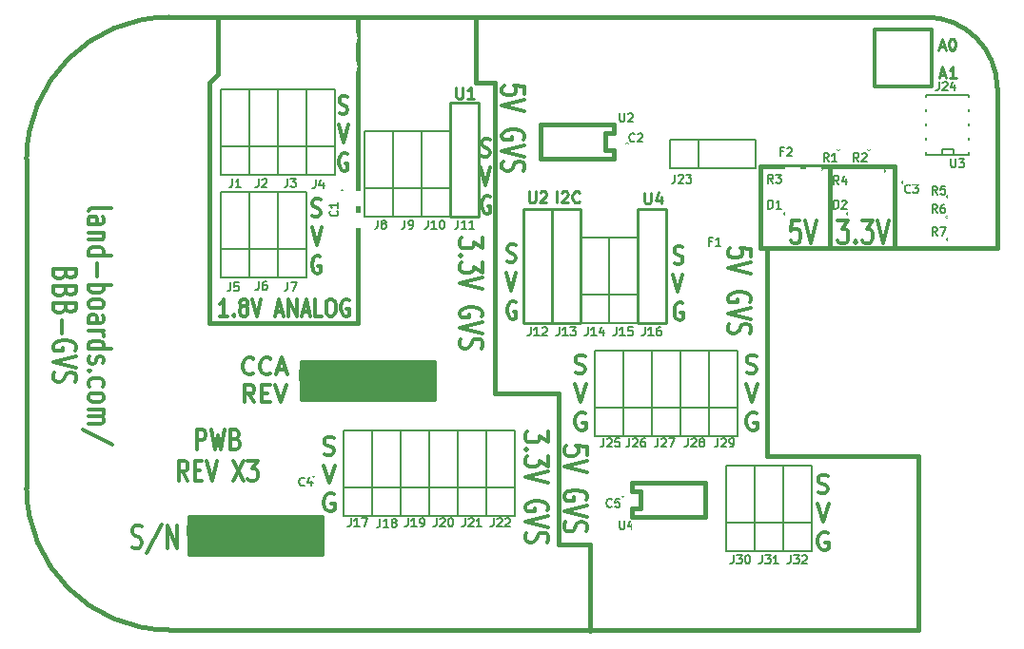
<source format=gto>
G04 (created by PCBNEW (2013-05-31 BZR 4019)-stable) date 7/13/2014 9:38:05 PM*
%MOIN*%
G04 Gerber Fmt 3.4, Leading zero omitted, Abs format*
%FSLAX34Y34*%
G01*
G70*
G90*
G04 APERTURE LIST*
%ADD10C,0.00590551*%
%ADD11C,0.015*%
%ADD12C,0.012*%
%ADD13C,0.00984252*%
%ADD14C,0.00985*%
%ADD15C,0.0099*%
%ADD16C,0.005*%
%ADD17C,0.0039*%
%ADD18C,0.01*%
%ADD19C,0.006*%
%ADD20C,0.025*%
%ADD21R,0.0298425X0.0810236*%
%ADD22R,0.1X0.08*%
%ADD23R,0.055X0.075*%
%ADD24R,0.075X0.055*%
%ADD25R,0.08X0.08*%
%ADD26C,0.08*%
%ADD27C,0.11811*%
%ADD28R,0.065X0.04*%
%ADD29C,0.2*%
%ADD30R,0.085X0.085*%
%ADD31C,0.0712*%
G04 APERTURE END LIST*
G54D10*
G54D11*
X25700Y-8100D02*
X25950Y-8100D01*
X25700Y-5250D02*
X25700Y-8100D01*
X28150Y-5250D02*
X25700Y-5250D01*
X28150Y-5250D02*
X28150Y-8100D01*
X30400Y-5250D02*
X28150Y-5250D01*
X30400Y-8000D02*
X30400Y-5250D01*
X18650Y-13200D02*
X16400Y-13200D01*
X16400Y-2300D02*
X16400Y-13200D01*
X16150Y-2300D02*
X16400Y-2300D01*
X15750Y-2300D02*
X15750Y-50D01*
X16300Y-2300D02*
X15750Y-2300D01*
G54D12*
X10421Y-15323D02*
X10510Y-15352D01*
X10659Y-15352D01*
X10719Y-15323D01*
X10748Y-15293D01*
X10778Y-15233D01*
X10778Y-15174D01*
X10748Y-15114D01*
X10719Y-15085D01*
X10659Y-15055D01*
X10540Y-15025D01*
X10480Y-14995D01*
X10451Y-14966D01*
X10421Y-14906D01*
X10421Y-14847D01*
X10451Y-14787D01*
X10480Y-14757D01*
X10540Y-14727D01*
X10689Y-14727D01*
X10778Y-14757D01*
X10391Y-15722D02*
X10600Y-16347D01*
X10808Y-15722D01*
X10763Y-16747D02*
X10704Y-16717D01*
X10614Y-16717D01*
X10525Y-16747D01*
X10466Y-16807D01*
X10436Y-16866D01*
X10406Y-16985D01*
X10406Y-17075D01*
X10436Y-17194D01*
X10466Y-17253D01*
X10525Y-17313D01*
X10614Y-17342D01*
X10674Y-17342D01*
X10763Y-17313D01*
X10793Y-17283D01*
X10793Y-17075D01*
X10674Y-17075D01*
X19221Y-12473D02*
X19310Y-12502D01*
X19459Y-12502D01*
X19519Y-12473D01*
X19548Y-12443D01*
X19578Y-12383D01*
X19578Y-12324D01*
X19548Y-12264D01*
X19519Y-12235D01*
X19459Y-12205D01*
X19340Y-12175D01*
X19280Y-12145D01*
X19251Y-12116D01*
X19221Y-12056D01*
X19221Y-11997D01*
X19251Y-11937D01*
X19280Y-11907D01*
X19340Y-11877D01*
X19489Y-11877D01*
X19578Y-11907D01*
X19191Y-12872D02*
X19400Y-13497D01*
X19608Y-12872D01*
X19563Y-13897D02*
X19504Y-13867D01*
X19414Y-13867D01*
X19325Y-13897D01*
X19266Y-13957D01*
X19236Y-14016D01*
X19206Y-14135D01*
X19206Y-14225D01*
X19236Y-14344D01*
X19266Y-14403D01*
X19325Y-14463D01*
X19414Y-14492D01*
X19474Y-14492D01*
X19563Y-14463D01*
X19593Y-14433D01*
X19593Y-14225D01*
X19474Y-14225D01*
X25221Y-12473D02*
X25310Y-12502D01*
X25459Y-12502D01*
X25519Y-12473D01*
X25548Y-12443D01*
X25578Y-12383D01*
X25578Y-12324D01*
X25548Y-12264D01*
X25519Y-12235D01*
X25459Y-12205D01*
X25340Y-12175D01*
X25280Y-12145D01*
X25251Y-12116D01*
X25221Y-12056D01*
X25221Y-11997D01*
X25251Y-11937D01*
X25280Y-11907D01*
X25340Y-11877D01*
X25489Y-11877D01*
X25578Y-11907D01*
X25191Y-12872D02*
X25400Y-13497D01*
X25608Y-12872D01*
X25563Y-13897D02*
X25504Y-13867D01*
X25414Y-13867D01*
X25325Y-13897D01*
X25266Y-13957D01*
X25236Y-14016D01*
X25206Y-14135D01*
X25206Y-14225D01*
X25236Y-14344D01*
X25266Y-14403D01*
X25325Y-14463D01*
X25414Y-14492D01*
X25474Y-14492D01*
X25563Y-14463D01*
X25593Y-14433D01*
X25593Y-14225D01*
X25474Y-14225D01*
G54D13*
X15050Y-2465D02*
X15050Y-2784D01*
X15068Y-2821D01*
X15087Y-2840D01*
X15125Y-2859D01*
X15200Y-2859D01*
X15237Y-2840D01*
X15256Y-2821D01*
X15275Y-2784D01*
X15275Y-2465D01*
X15668Y-2859D02*
X15443Y-2859D01*
X15556Y-2859D02*
X15556Y-2465D01*
X15518Y-2521D01*
X15481Y-2559D01*
X15443Y-2578D01*
G54D11*
X11600Y-10750D02*
X6450Y-10750D01*
X11600Y-2300D02*
X11600Y-10750D01*
X11600Y0D02*
X11650Y0D01*
X11600Y-2300D02*
X11600Y0D01*
X6700Y0D02*
X6750Y0D01*
X6700Y-2000D02*
X6700Y0D01*
X6400Y-2300D02*
X6700Y-2000D01*
X18650Y-18500D02*
X18650Y-13200D01*
X19750Y-18500D02*
X18650Y-18500D01*
X19750Y-21550D02*
X19750Y-18500D01*
G54D12*
X28414Y-7123D02*
X28785Y-7123D01*
X28585Y-7428D01*
X28671Y-7428D01*
X28728Y-7466D01*
X28757Y-7504D01*
X28785Y-7580D01*
X28785Y-7771D01*
X28757Y-7847D01*
X28728Y-7885D01*
X28671Y-7923D01*
X28500Y-7923D01*
X28442Y-7885D01*
X28414Y-7847D01*
X29042Y-7847D02*
X29071Y-7885D01*
X29042Y-7923D01*
X29014Y-7885D01*
X29042Y-7847D01*
X29042Y-7923D01*
X29271Y-7123D02*
X29642Y-7123D01*
X29442Y-7428D01*
X29528Y-7428D01*
X29585Y-7466D01*
X29614Y-7504D01*
X29642Y-7580D01*
X29642Y-7771D01*
X29614Y-7847D01*
X29585Y-7885D01*
X29528Y-7923D01*
X29357Y-7923D01*
X29300Y-7885D01*
X29271Y-7847D01*
X29814Y-7123D02*
X30014Y-7923D01*
X30214Y-7123D01*
X27085Y-7123D02*
X26800Y-7123D01*
X26771Y-7504D01*
X26800Y-7466D01*
X26857Y-7428D01*
X27000Y-7428D01*
X27057Y-7466D01*
X27085Y-7504D01*
X27114Y-7580D01*
X27114Y-7771D01*
X27085Y-7847D01*
X27057Y-7885D01*
X27000Y-7923D01*
X26857Y-7923D01*
X26800Y-7885D01*
X26771Y-7847D01*
X27285Y-7123D02*
X27485Y-7923D01*
X27685Y-7123D01*
X5966Y-15183D02*
X5966Y-14483D01*
X6176Y-14483D01*
X6228Y-14516D01*
X6254Y-14550D01*
X6280Y-14616D01*
X6280Y-14716D01*
X6254Y-14783D01*
X6228Y-14816D01*
X6176Y-14850D01*
X5966Y-14850D01*
X6464Y-14483D02*
X6595Y-15183D01*
X6700Y-14683D01*
X6804Y-15183D01*
X6935Y-14483D01*
X7328Y-14816D02*
X7407Y-14850D01*
X7433Y-14883D01*
X7459Y-14950D01*
X7459Y-15050D01*
X7433Y-15116D01*
X7407Y-15150D01*
X7354Y-15183D01*
X7145Y-15183D01*
X7145Y-14483D01*
X7328Y-14483D01*
X7380Y-14516D01*
X7407Y-14550D01*
X7433Y-14616D01*
X7433Y-14683D01*
X7407Y-14750D01*
X7380Y-14783D01*
X7328Y-14816D01*
X7145Y-14816D01*
X5652Y-16283D02*
X5469Y-15950D01*
X5338Y-16283D02*
X5338Y-15583D01*
X5547Y-15583D01*
X5600Y-15616D01*
X5626Y-15650D01*
X5652Y-15716D01*
X5652Y-15816D01*
X5626Y-15883D01*
X5600Y-15916D01*
X5547Y-15950D01*
X5338Y-15950D01*
X5888Y-15916D02*
X6071Y-15916D01*
X6150Y-16283D02*
X5888Y-16283D01*
X5888Y-15583D01*
X6150Y-15583D01*
X6307Y-15583D02*
X6490Y-16283D01*
X6673Y-15583D01*
X7223Y-15583D02*
X7590Y-16283D01*
X7590Y-15583D02*
X7223Y-16283D01*
X7747Y-15583D02*
X8088Y-15583D01*
X7904Y-15850D01*
X7983Y-15850D01*
X8035Y-15883D01*
X8061Y-15916D01*
X8088Y-15983D01*
X8088Y-16150D01*
X8061Y-16216D01*
X8035Y-16250D01*
X7983Y-16283D01*
X7826Y-16283D01*
X7773Y-16250D01*
X7747Y-16216D01*
X25376Y-8414D02*
X25376Y-8128D01*
X24995Y-8100D01*
X25033Y-8128D01*
X25071Y-8185D01*
X25071Y-8328D01*
X25033Y-8385D01*
X24995Y-8414D01*
X24919Y-8442D01*
X24728Y-8442D01*
X24652Y-8414D01*
X24614Y-8385D01*
X24576Y-8328D01*
X24576Y-8185D01*
X24614Y-8128D01*
X24652Y-8100D01*
X25376Y-8614D02*
X24576Y-8814D01*
X25376Y-9014D01*
X25338Y-9985D02*
X25376Y-9928D01*
X25376Y-9842D01*
X25338Y-9757D01*
X25261Y-9700D01*
X25185Y-9671D01*
X25033Y-9642D01*
X24919Y-9642D01*
X24766Y-9671D01*
X24690Y-9700D01*
X24614Y-9757D01*
X24576Y-9842D01*
X24576Y-9900D01*
X24614Y-9985D01*
X24652Y-10014D01*
X24919Y-10014D01*
X24919Y-9900D01*
X25376Y-10185D02*
X24576Y-10385D01*
X25376Y-10585D01*
X24614Y-10757D02*
X24576Y-10842D01*
X24576Y-10985D01*
X24614Y-11042D01*
X24652Y-11071D01*
X24728Y-11100D01*
X24804Y-11100D01*
X24880Y-11071D01*
X24919Y-11042D01*
X24957Y-10985D01*
X24995Y-10871D01*
X25033Y-10814D01*
X25071Y-10785D01*
X25147Y-10757D01*
X25223Y-10757D01*
X25300Y-10785D01*
X25338Y-10814D01*
X25376Y-10871D01*
X25376Y-11014D01*
X25338Y-11100D01*
X15945Y-4873D02*
X16016Y-4902D01*
X16135Y-4902D01*
X16183Y-4873D01*
X16207Y-4843D01*
X16230Y-4783D01*
X16230Y-4724D01*
X16207Y-4664D01*
X16183Y-4635D01*
X16135Y-4605D01*
X16040Y-4575D01*
X15992Y-4545D01*
X15969Y-4516D01*
X15945Y-4456D01*
X15945Y-4397D01*
X15969Y-4337D01*
X15992Y-4307D01*
X16040Y-4277D01*
X16159Y-4277D01*
X16230Y-4307D01*
X15897Y-5272D02*
X16064Y-5897D01*
X16230Y-5272D01*
X16230Y-6297D02*
X16183Y-6267D01*
X16111Y-6267D01*
X16040Y-6297D01*
X15992Y-6357D01*
X15969Y-6416D01*
X15945Y-6535D01*
X15945Y-6625D01*
X15969Y-6744D01*
X15992Y-6803D01*
X16040Y-6863D01*
X16111Y-6892D01*
X16159Y-6892D01*
X16230Y-6863D01*
X16254Y-6833D01*
X16254Y-6625D01*
X16159Y-6625D01*
X18276Y-14542D02*
X18276Y-14914D01*
X17971Y-14714D01*
X17971Y-14799D01*
X17933Y-14857D01*
X17895Y-14885D01*
X17819Y-14914D01*
X17628Y-14914D01*
X17552Y-14885D01*
X17514Y-14857D01*
X17476Y-14799D01*
X17476Y-14628D01*
X17514Y-14571D01*
X17552Y-14542D01*
X17552Y-15171D02*
X17514Y-15200D01*
X17476Y-15171D01*
X17514Y-15142D01*
X17552Y-15171D01*
X17476Y-15171D01*
X18276Y-15399D02*
X18276Y-15771D01*
X17971Y-15571D01*
X17971Y-15657D01*
X17933Y-15714D01*
X17895Y-15742D01*
X17819Y-15771D01*
X17628Y-15771D01*
X17552Y-15742D01*
X17514Y-15714D01*
X17476Y-15657D01*
X17476Y-15485D01*
X17514Y-15428D01*
X17552Y-15399D01*
X18276Y-15942D02*
X17476Y-16142D01*
X18276Y-16342D01*
X18238Y-17314D02*
X18276Y-17257D01*
X18276Y-17171D01*
X18238Y-17085D01*
X18161Y-17028D01*
X18085Y-17000D01*
X17933Y-16971D01*
X17819Y-16971D01*
X17666Y-17000D01*
X17590Y-17028D01*
X17514Y-17085D01*
X17476Y-17171D01*
X17476Y-17228D01*
X17514Y-17314D01*
X17552Y-17342D01*
X17819Y-17342D01*
X17819Y-17228D01*
X18276Y-17514D02*
X17476Y-17714D01*
X18276Y-17914D01*
X17514Y-18085D02*
X17476Y-18171D01*
X17476Y-18314D01*
X17514Y-18371D01*
X17552Y-18400D01*
X17628Y-18428D01*
X17704Y-18428D01*
X17780Y-18400D01*
X17819Y-18371D01*
X17857Y-18314D01*
X17895Y-18200D01*
X17933Y-18142D01*
X17971Y-18114D01*
X18047Y-18085D01*
X18123Y-18085D01*
X18200Y-18114D01*
X18238Y-18142D01*
X18276Y-18200D01*
X18276Y-18342D01*
X18238Y-18428D01*
X17451Y-2714D02*
X17451Y-2428D01*
X17070Y-2400D01*
X17108Y-2428D01*
X17146Y-2485D01*
X17146Y-2628D01*
X17108Y-2685D01*
X17070Y-2714D01*
X16994Y-2742D01*
X16803Y-2742D01*
X16727Y-2714D01*
X16689Y-2685D01*
X16651Y-2628D01*
X16651Y-2485D01*
X16689Y-2428D01*
X16727Y-2400D01*
X17451Y-2914D02*
X16651Y-3114D01*
X17451Y-3314D01*
X17413Y-4285D02*
X17451Y-4228D01*
X17451Y-4142D01*
X17413Y-4057D01*
X17336Y-4000D01*
X17260Y-3971D01*
X17108Y-3942D01*
X16994Y-3942D01*
X16841Y-3971D01*
X16765Y-4000D01*
X16689Y-4057D01*
X16651Y-4142D01*
X16651Y-4200D01*
X16689Y-4285D01*
X16727Y-4314D01*
X16994Y-4314D01*
X16994Y-4200D01*
X17451Y-4485D02*
X16651Y-4685D01*
X17451Y-4885D01*
X16689Y-5057D02*
X16651Y-5142D01*
X16651Y-5285D01*
X16689Y-5342D01*
X16727Y-5371D01*
X16803Y-5400D01*
X16879Y-5400D01*
X16955Y-5371D01*
X16994Y-5342D01*
X17032Y-5285D01*
X17070Y-5171D01*
X17108Y-5114D01*
X17146Y-5085D01*
X17222Y-5057D01*
X17298Y-5057D01*
X17375Y-5085D01*
X17413Y-5114D01*
X17451Y-5171D01*
X17451Y-5314D01*
X17413Y-5400D01*
X15976Y-7742D02*
X15976Y-8114D01*
X15671Y-7914D01*
X15671Y-7999D01*
X15633Y-8057D01*
X15595Y-8085D01*
X15519Y-8114D01*
X15328Y-8114D01*
X15252Y-8085D01*
X15214Y-8057D01*
X15176Y-7999D01*
X15176Y-7828D01*
X15214Y-7771D01*
X15252Y-7742D01*
X15252Y-8371D02*
X15214Y-8400D01*
X15176Y-8371D01*
X15214Y-8342D01*
X15252Y-8371D01*
X15176Y-8371D01*
X15976Y-8599D02*
X15976Y-8971D01*
X15671Y-8771D01*
X15671Y-8857D01*
X15633Y-8914D01*
X15595Y-8942D01*
X15519Y-8971D01*
X15328Y-8971D01*
X15252Y-8942D01*
X15214Y-8914D01*
X15176Y-8857D01*
X15176Y-8685D01*
X15214Y-8628D01*
X15252Y-8599D01*
X15976Y-9142D02*
X15176Y-9342D01*
X15976Y-9542D01*
X15938Y-10514D02*
X15976Y-10457D01*
X15976Y-10371D01*
X15938Y-10285D01*
X15861Y-10228D01*
X15785Y-10200D01*
X15633Y-10171D01*
X15519Y-10171D01*
X15366Y-10200D01*
X15290Y-10228D01*
X15214Y-10285D01*
X15176Y-10371D01*
X15176Y-10428D01*
X15214Y-10514D01*
X15252Y-10542D01*
X15519Y-10542D01*
X15519Y-10428D01*
X15976Y-10714D02*
X15176Y-10914D01*
X15976Y-11114D01*
X15214Y-11285D02*
X15176Y-11371D01*
X15176Y-11514D01*
X15214Y-11571D01*
X15252Y-11600D01*
X15328Y-11628D01*
X15404Y-11628D01*
X15480Y-11600D01*
X15519Y-11571D01*
X15557Y-11514D01*
X15595Y-11400D01*
X15633Y-11342D01*
X15671Y-11314D01*
X15747Y-11285D01*
X15823Y-11285D01*
X15900Y-11314D01*
X15938Y-11342D01*
X15976Y-11400D01*
X15976Y-11542D01*
X15938Y-11628D01*
X19626Y-15364D02*
X19626Y-15078D01*
X19245Y-15050D01*
X19283Y-15078D01*
X19321Y-15135D01*
X19321Y-15278D01*
X19283Y-15335D01*
X19245Y-15364D01*
X19169Y-15392D01*
X18978Y-15392D01*
X18902Y-15364D01*
X18864Y-15335D01*
X18826Y-15278D01*
X18826Y-15135D01*
X18864Y-15078D01*
X18902Y-15050D01*
X19626Y-15564D02*
X18826Y-15764D01*
X19626Y-15964D01*
X19588Y-16935D02*
X19626Y-16878D01*
X19626Y-16792D01*
X19588Y-16707D01*
X19511Y-16650D01*
X19435Y-16621D01*
X19283Y-16592D01*
X19169Y-16592D01*
X19016Y-16621D01*
X18940Y-16650D01*
X18864Y-16707D01*
X18826Y-16792D01*
X18826Y-16850D01*
X18864Y-16935D01*
X18902Y-16964D01*
X19169Y-16964D01*
X19169Y-16850D01*
X19626Y-17135D02*
X18826Y-17335D01*
X19626Y-17535D01*
X18864Y-17707D02*
X18826Y-17792D01*
X18826Y-17935D01*
X18864Y-17992D01*
X18902Y-18021D01*
X18978Y-18050D01*
X19054Y-18050D01*
X19130Y-18021D01*
X19169Y-17992D01*
X19207Y-17935D01*
X19245Y-17821D01*
X19283Y-17764D01*
X19321Y-17735D01*
X19397Y-17707D01*
X19473Y-17707D01*
X19550Y-17735D01*
X19588Y-17764D01*
X19626Y-17821D01*
X19626Y-17964D01*
X19588Y-18050D01*
X3700Y-18585D02*
X3785Y-18623D01*
X3928Y-18623D01*
X3985Y-18585D01*
X4014Y-18547D01*
X4042Y-18471D01*
X4042Y-18395D01*
X4014Y-18319D01*
X3985Y-18280D01*
X3928Y-18242D01*
X3814Y-18204D01*
X3757Y-18166D01*
X3728Y-18128D01*
X3700Y-18052D01*
X3700Y-17976D01*
X3728Y-17900D01*
X3757Y-17861D01*
X3814Y-17823D01*
X3957Y-17823D01*
X4042Y-17861D01*
X4728Y-17785D02*
X4214Y-18814D01*
X4928Y-18623D02*
X4928Y-17823D01*
X5271Y-18623D01*
X5271Y-17823D01*
G54D13*
X17600Y-6115D02*
X17600Y-6434D01*
X17618Y-6471D01*
X17637Y-6490D01*
X17675Y-6509D01*
X17750Y-6509D01*
X17787Y-6490D01*
X17806Y-6471D01*
X17825Y-6434D01*
X17825Y-6115D01*
X17993Y-6153D02*
X18012Y-6134D01*
X18049Y-6115D01*
X18143Y-6115D01*
X18181Y-6134D01*
X18199Y-6153D01*
X18218Y-6190D01*
X18218Y-6228D01*
X18199Y-6284D01*
X17974Y-6509D01*
X18218Y-6509D01*
G54D12*
X16845Y-8573D02*
X16916Y-8602D01*
X17035Y-8602D01*
X17083Y-8573D01*
X17107Y-8543D01*
X17130Y-8483D01*
X17130Y-8424D01*
X17107Y-8364D01*
X17083Y-8335D01*
X17035Y-8305D01*
X16940Y-8275D01*
X16892Y-8245D01*
X16869Y-8216D01*
X16845Y-8156D01*
X16845Y-8097D01*
X16869Y-8037D01*
X16892Y-8007D01*
X16940Y-7977D01*
X17059Y-7977D01*
X17130Y-8007D01*
X16797Y-8972D02*
X16964Y-9597D01*
X17130Y-8972D01*
X17130Y-9997D02*
X17083Y-9967D01*
X17011Y-9967D01*
X16940Y-9997D01*
X16892Y-10057D01*
X16869Y-10116D01*
X16845Y-10235D01*
X16845Y-10325D01*
X16869Y-10444D01*
X16892Y-10503D01*
X16940Y-10563D01*
X17011Y-10592D01*
X17059Y-10592D01*
X17130Y-10563D01*
X17154Y-10533D01*
X17154Y-10325D01*
X17059Y-10325D01*
X7953Y-12485D02*
X7925Y-12514D01*
X7839Y-12542D01*
X7782Y-12542D01*
X7696Y-12514D01*
X7639Y-12457D01*
X7610Y-12400D01*
X7582Y-12285D01*
X7582Y-12200D01*
X7610Y-12085D01*
X7639Y-12028D01*
X7696Y-11971D01*
X7782Y-11942D01*
X7839Y-11942D01*
X7925Y-11971D01*
X7953Y-12000D01*
X8553Y-12485D02*
X8525Y-12514D01*
X8439Y-12542D01*
X8382Y-12542D01*
X8296Y-12514D01*
X8239Y-12457D01*
X8210Y-12400D01*
X8182Y-12285D01*
X8182Y-12200D01*
X8210Y-12085D01*
X8239Y-12028D01*
X8296Y-11971D01*
X8382Y-11942D01*
X8439Y-11942D01*
X8525Y-11971D01*
X8553Y-12000D01*
X8782Y-12371D02*
X9067Y-12371D01*
X8725Y-12542D02*
X8925Y-11942D01*
X9125Y-12542D01*
X7982Y-13502D02*
X7782Y-13217D01*
X7639Y-13502D02*
X7639Y-12902D01*
X7867Y-12902D01*
X7925Y-12931D01*
X7953Y-12960D01*
X7982Y-13017D01*
X7982Y-13102D01*
X7953Y-13160D01*
X7925Y-13188D01*
X7867Y-13217D01*
X7639Y-13217D01*
X8239Y-13188D02*
X8439Y-13188D01*
X8525Y-13502D02*
X8239Y-13502D01*
X8239Y-12902D01*
X8525Y-12902D01*
X8696Y-12902D02*
X8896Y-13502D01*
X9096Y-12902D01*
X27721Y-16673D02*
X27810Y-16702D01*
X27959Y-16702D01*
X28019Y-16673D01*
X28048Y-16643D01*
X28078Y-16583D01*
X28078Y-16524D01*
X28048Y-16464D01*
X28019Y-16435D01*
X27959Y-16405D01*
X27840Y-16375D01*
X27780Y-16345D01*
X27751Y-16316D01*
X27721Y-16256D01*
X27721Y-16197D01*
X27751Y-16137D01*
X27780Y-16107D01*
X27840Y-16077D01*
X27989Y-16077D01*
X28078Y-16107D01*
X27691Y-17072D02*
X27900Y-17697D01*
X28108Y-17072D01*
X28063Y-18097D02*
X28004Y-18067D01*
X27914Y-18067D01*
X27825Y-18097D01*
X27766Y-18157D01*
X27736Y-18216D01*
X27706Y-18335D01*
X27706Y-18425D01*
X27736Y-18544D01*
X27766Y-18603D01*
X27825Y-18663D01*
X27914Y-18692D01*
X27974Y-18692D01*
X28063Y-18663D01*
X28093Y-18633D01*
X28093Y-18425D01*
X27974Y-18425D01*
X2176Y-6785D02*
X2214Y-6728D01*
X2290Y-6700D01*
X2976Y-6700D01*
X2176Y-7271D02*
X2595Y-7271D01*
X2671Y-7242D01*
X2709Y-7185D01*
X2709Y-7071D01*
X2671Y-7014D01*
X2214Y-7271D02*
X2176Y-7214D01*
X2176Y-7071D01*
X2214Y-7014D01*
X2290Y-6985D01*
X2366Y-6985D01*
X2442Y-7014D01*
X2480Y-7071D01*
X2480Y-7214D01*
X2519Y-7271D01*
X2709Y-7557D02*
X2176Y-7557D01*
X2633Y-7557D02*
X2671Y-7585D01*
X2709Y-7642D01*
X2709Y-7728D01*
X2671Y-7785D01*
X2595Y-7814D01*
X2176Y-7814D01*
X2176Y-8357D02*
X2976Y-8357D01*
X2214Y-8357D02*
X2176Y-8300D01*
X2176Y-8185D01*
X2214Y-8128D01*
X2252Y-8100D01*
X2328Y-8071D01*
X2557Y-8071D01*
X2633Y-8100D01*
X2671Y-8128D01*
X2709Y-8185D01*
X2709Y-8300D01*
X2671Y-8357D01*
X2480Y-8642D02*
X2480Y-9100D01*
X2176Y-9385D02*
X2976Y-9385D01*
X2671Y-9385D02*
X2709Y-9442D01*
X2709Y-9557D01*
X2671Y-9614D01*
X2633Y-9642D01*
X2557Y-9671D01*
X2328Y-9671D01*
X2252Y-9642D01*
X2214Y-9614D01*
X2176Y-9557D01*
X2176Y-9442D01*
X2214Y-9385D01*
X2176Y-10014D02*
X2214Y-9957D01*
X2252Y-9928D01*
X2328Y-9900D01*
X2557Y-9900D01*
X2633Y-9928D01*
X2671Y-9957D01*
X2709Y-10014D01*
X2709Y-10100D01*
X2671Y-10157D01*
X2633Y-10185D01*
X2557Y-10214D01*
X2328Y-10214D01*
X2252Y-10185D01*
X2214Y-10157D01*
X2176Y-10100D01*
X2176Y-10014D01*
X2176Y-10728D02*
X2595Y-10728D01*
X2671Y-10700D01*
X2709Y-10642D01*
X2709Y-10528D01*
X2671Y-10471D01*
X2214Y-10728D02*
X2176Y-10671D01*
X2176Y-10528D01*
X2214Y-10471D01*
X2290Y-10442D01*
X2366Y-10442D01*
X2442Y-10471D01*
X2480Y-10528D01*
X2480Y-10671D01*
X2519Y-10728D01*
X2176Y-11014D02*
X2709Y-11014D01*
X2557Y-11014D02*
X2633Y-11042D01*
X2671Y-11071D01*
X2709Y-11128D01*
X2709Y-11185D01*
X2176Y-11642D02*
X2976Y-11642D01*
X2214Y-11642D02*
X2176Y-11585D01*
X2176Y-11471D01*
X2214Y-11414D01*
X2252Y-11385D01*
X2328Y-11357D01*
X2557Y-11357D01*
X2633Y-11385D01*
X2671Y-11414D01*
X2709Y-11471D01*
X2709Y-11585D01*
X2671Y-11642D01*
X2214Y-11900D02*
X2176Y-11957D01*
X2176Y-12071D01*
X2214Y-12128D01*
X2290Y-12157D01*
X2328Y-12157D01*
X2404Y-12128D01*
X2442Y-12071D01*
X2442Y-11985D01*
X2480Y-11928D01*
X2557Y-11900D01*
X2595Y-11900D01*
X2671Y-11928D01*
X2709Y-11985D01*
X2709Y-12071D01*
X2671Y-12128D01*
X2252Y-12414D02*
X2214Y-12442D01*
X2176Y-12414D01*
X2214Y-12385D01*
X2252Y-12414D01*
X2176Y-12414D01*
X2214Y-12957D02*
X2176Y-12900D01*
X2176Y-12785D01*
X2214Y-12728D01*
X2252Y-12700D01*
X2328Y-12671D01*
X2557Y-12671D01*
X2633Y-12700D01*
X2671Y-12728D01*
X2709Y-12785D01*
X2709Y-12900D01*
X2671Y-12957D01*
X2176Y-13300D02*
X2214Y-13242D01*
X2252Y-13214D01*
X2328Y-13185D01*
X2557Y-13185D01*
X2633Y-13214D01*
X2671Y-13242D01*
X2709Y-13300D01*
X2709Y-13385D01*
X2671Y-13442D01*
X2633Y-13471D01*
X2557Y-13500D01*
X2328Y-13500D01*
X2252Y-13471D01*
X2214Y-13442D01*
X2176Y-13385D01*
X2176Y-13300D01*
X2176Y-13757D02*
X2709Y-13757D01*
X2633Y-13757D02*
X2671Y-13785D01*
X2709Y-13842D01*
X2709Y-13928D01*
X2671Y-13985D01*
X2595Y-14014D01*
X2176Y-14014D01*
X2595Y-14014D02*
X2671Y-14042D01*
X2709Y-14100D01*
X2709Y-14185D01*
X2671Y-14242D01*
X2595Y-14271D01*
X2176Y-14271D01*
X3014Y-14985D02*
X1985Y-14471D01*
X1355Y-9028D02*
X1317Y-9114D01*
X1279Y-9142D01*
X1202Y-9171D01*
X1088Y-9171D01*
X1012Y-9142D01*
X974Y-9114D01*
X936Y-9057D01*
X936Y-8828D01*
X1736Y-8828D01*
X1736Y-9028D01*
X1698Y-9085D01*
X1660Y-9114D01*
X1583Y-9142D01*
X1507Y-9142D01*
X1431Y-9114D01*
X1393Y-9085D01*
X1355Y-9028D01*
X1355Y-8828D01*
X1355Y-9628D02*
X1317Y-9714D01*
X1279Y-9742D01*
X1202Y-9771D01*
X1088Y-9771D01*
X1012Y-9742D01*
X974Y-9714D01*
X936Y-9657D01*
X936Y-9428D01*
X1736Y-9428D01*
X1736Y-9628D01*
X1698Y-9685D01*
X1660Y-9714D01*
X1583Y-9742D01*
X1507Y-9742D01*
X1431Y-9714D01*
X1393Y-9685D01*
X1355Y-9628D01*
X1355Y-9428D01*
X1355Y-10228D02*
X1317Y-10314D01*
X1279Y-10342D01*
X1202Y-10371D01*
X1088Y-10371D01*
X1012Y-10342D01*
X974Y-10314D01*
X936Y-10257D01*
X936Y-10028D01*
X1736Y-10028D01*
X1736Y-10228D01*
X1698Y-10285D01*
X1660Y-10314D01*
X1583Y-10342D01*
X1507Y-10342D01*
X1431Y-10314D01*
X1393Y-10285D01*
X1355Y-10228D01*
X1355Y-10028D01*
X1240Y-10628D02*
X1240Y-11085D01*
X1698Y-11685D02*
X1736Y-11628D01*
X1736Y-11542D01*
X1698Y-11457D01*
X1621Y-11400D01*
X1545Y-11371D01*
X1393Y-11342D01*
X1279Y-11342D01*
X1126Y-11371D01*
X1050Y-11400D01*
X974Y-11457D01*
X936Y-11542D01*
X936Y-11600D01*
X974Y-11685D01*
X1012Y-11714D01*
X1279Y-11714D01*
X1279Y-11600D01*
X1736Y-11885D02*
X936Y-12085D01*
X1736Y-12285D01*
X974Y-12457D02*
X936Y-12542D01*
X936Y-12685D01*
X974Y-12742D01*
X1012Y-12771D01*
X1088Y-12800D01*
X1164Y-12800D01*
X1240Y-12771D01*
X1279Y-12742D01*
X1317Y-12685D01*
X1355Y-12571D01*
X1393Y-12514D01*
X1431Y-12485D01*
X1507Y-12457D01*
X1583Y-12457D01*
X1660Y-12485D01*
X1698Y-12514D01*
X1736Y-12571D01*
X1736Y-12714D01*
X1698Y-12800D01*
G54D11*
X6420Y-2290D02*
X6420Y-10750D01*
G54D13*
X21640Y-6155D02*
X21640Y-6474D01*
X21658Y-6511D01*
X21677Y-6530D01*
X21715Y-6549D01*
X21790Y-6549D01*
X21827Y-6530D01*
X21846Y-6511D01*
X21865Y-6474D01*
X21865Y-6155D01*
X22221Y-6286D02*
X22221Y-6549D01*
X22127Y-6136D02*
X22033Y-6418D01*
X22277Y-6418D01*
X18575Y-6509D02*
X18575Y-6115D01*
X18744Y-6153D02*
X18763Y-6134D01*
X18800Y-6115D01*
X18894Y-6115D01*
X18931Y-6134D01*
X18950Y-6153D01*
X18969Y-6190D01*
X18969Y-6228D01*
X18950Y-6284D01*
X18725Y-6509D01*
X18969Y-6509D01*
X19363Y-6471D02*
X19344Y-6490D01*
X19288Y-6509D01*
X19250Y-6509D01*
X19194Y-6490D01*
X19156Y-6453D01*
X19138Y-6415D01*
X19119Y-6340D01*
X19119Y-6284D01*
X19138Y-6209D01*
X19156Y-6171D01*
X19194Y-6134D01*
X19250Y-6115D01*
X19288Y-6115D01*
X19344Y-6134D01*
X19363Y-6153D01*
G54D12*
X10957Y-3373D02*
X11028Y-3402D01*
X11147Y-3402D01*
X11195Y-3373D01*
X11219Y-3343D01*
X11242Y-3283D01*
X11242Y-3224D01*
X11219Y-3164D01*
X11195Y-3135D01*
X11147Y-3105D01*
X11052Y-3075D01*
X11004Y-3045D01*
X10980Y-3016D01*
X10957Y-2956D01*
X10957Y-2897D01*
X10980Y-2837D01*
X11004Y-2807D01*
X11052Y-2777D01*
X11171Y-2777D01*
X11242Y-2807D01*
X10933Y-3772D02*
X11100Y-4397D01*
X11266Y-3772D01*
X11230Y-4797D02*
X11183Y-4767D01*
X11111Y-4767D01*
X11040Y-4797D01*
X10992Y-4857D01*
X10969Y-4916D01*
X10945Y-5035D01*
X10945Y-5125D01*
X10969Y-5244D01*
X10992Y-5303D01*
X11040Y-5363D01*
X11111Y-5392D01*
X11159Y-5392D01*
X11230Y-5363D01*
X11254Y-5333D01*
X11254Y-5125D01*
X11159Y-5125D01*
X10012Y-6978D02*
X10083Y-7007D01*
X10202Y-7007D01*
X10250Y-6978D01*
X10274Y-6948D01*
X10297Y-6888D01*
X10297Y-6829D01*
X10274Y-6769D01*
X10250Y-6740D01*
X10202Y-6710D01*
X10107Y-6680D01*
X10059Y-6650D01*
X10035Y-6621D01*
X10012Y-6561D01*
X10012Y-6502D01*
X10035Y-6442D01*
X10059Y-6412D01*
X10107Y-6382D01*
X10226Y-6382D01*
X10297Y-6412D01*
X9988Y-7377D02*
X10155Y-8002D01*
X10321Y-7377D01*
X10285Y-8402D02*
X10238Y-8372D01*
X10166Y-8372D01*
X10095Y-8402D01*
X10047Y-8462D01*
X10024Y-8521D01*
X10000Y-8640D01*
X10000Y-8730D01*
X10024Y-8849D01*
X10047Y-8908D01*
X10095Y-8968D01*
X10166Y-8997D01*
X10214Y-8997D01*
X10285Y-8968D01*
X10309Y-8938D01*
X10309Y-8730D01*
X10214Y-8730D01*
X22695Y-8623D02*
X22766Y-8652D01*
X22885Y-8652D01*
X22933Y-8623D01*
X22957Y-8593D01*
X22980Y-8533D01*
X22980Y-8474D01*
X22957Y-8414D01*
X22933Y-8385D01*
X22885Y-8355D01*
X22790Y-8325D01*
X22742Y-8295D01*
X22719Y-8266D01*
X22695Y-8206D01*
X22695Y-8147D01*
X22719Y-8087D01*
X22742Y-8057D01*
X22790Y-8027D01*
X22909Y-8027D01*
X22980Y-8057D01*
X22647Y-9022D02*
X22814Y-9647D01*
X22980Y-9022D01*
X22980Y-10047D02*
X22933Y-10017D01*
X22861Y-10017D01*
X22790Y-10047D01*
X22742Y-10107D01*
X22719Y-10166D01*
X22695Y-10285D01*
X22695Y-10375D01*
X22719Y-10494D01*
X22742Y-10553D01*
X22790Y-10613D01*
X22861Y-10642D01*
X22909Y-10642D01*
X22980Y-10613D01*
X23004Y-10583D01*
X23004Y-10375D01*
X22909Y-10375D01*
X7048Y-10489D02*
X6766Y-10489D01*
X6907Y-10489D02*
X6907Y-9898D01*
X6860Y-9982D01*
X6813Y-10039D01*
X6766Y-10067D01*
X7258Y-10432D02*
X7282Y-10460D01*
X7258Y-10489D01*
X7235Y-10460D01*
X7258Y-10432D01*
X7258Y-10489D01*
X7563Y-10151D02*
X7516Y-10123D01*
X7493Y-10095D01*
X7469Y-10039D01*
X7469Y-10010D01*
X7493Y-9954D01*
X7516Y-9926D01*
X7563Y-9898D01*
X7657Y-9898D01*
X7704Y-9926D01*
X7727Y-9954D01*
X7751Y-10010D01*
X7751Y-10039D01*
X7727Y-10095D01*
X7704Y-10123D01*
X7657Y-10151D01*
X7563Y-10151D01*
X7516Y-10179D01*
X7493Y-10207D01*
X7469Y-10264D01*
X7469Y-10376D01*
X7493Y-10432D01*
X7516Y-10460D01*
X7563Y-10489D01*
X7657Y-10489D01*
X7704Y-10460D01*
X7727Y-10432D01*
X7751Y-10376D01*
X7751Y-10264D01*
X7727Y-10207D01*
X7704Y-10179D01*
X7657Y-10151D01*
X7891Y-9898D02*
X8055Y-10489D01*
X8219Y-9898D01*
X8735Y-10320D02*
X8969Y-10320D01*
X8688Y-10489D02*
X8852Y-9898D01*
X9016Y-10489D01*
X9180Y-10489D02*
X9180Y-9898D01*
X9461Y-10489D01*
X9461Y-9898D01*
X9672Y-10320D02*
X9907Y-10320D01*
X9625Y-10489D02*
X9789Y-9898D01*
X9953Y-10489D01*
X10352Y-10489D02*
X10117Y-10489D01*
X10117Y-9898D01*
X10610Y-9898D02*
X10703Y-9898D01*
X10750Y-9926D01*
X10797Y-9982D01*
X10821Y-10095D01*
X10821Y-10292D01*
X10797Y-10404D01*
X10750Y-10460D01*
X10703Y-10489D01*
X10610Y-10489D01*
X10563Y-10460D01*
X10516Y-10404D01*
X10492Y-10292D01*
X10492Y-10095D01*
X10516Y-9982D01*
X10563Y-9926D01*
X10610Y-9898D01*
X11289Y-9926D02*
X11242Y-9898D01*
X11172Y-9898D01*
X11102Y-9926D01*
X11055Y-9982D01*
X11031Y-10039D01*
X11008Y-10151D01*
X11008Y-10235D01*
X11031Y-10348D01*
X11055Y-10404D01*
X11102Y-10460D01*
X11172Y-10489D01*
X11219Y-10489D01*
X11289Y-10460D01*
X11313Y-10432D01*
X11313Y-10235D01*
X11219Y-10235D01*
G54D14*
X31993Y-2021D02*
X32181Y-2021D01*
X31956Y-2134D02*
X32087Y-1740D01*
X32218Y-2134D01*
X32556Y-2134D02*
X32331Y-2134D01*
X32443Y-2134D02*
X32443Y-1740D01*
X32406Y-1796D01*
X32368Y-1834D01*
X32331Y-1853D01*
G54D15*
G54D14*
X31964Y-1046D02*
X32154Y-1046D01*
X31926Y-1159D02*
X32059Y-765D01*
X32192Y-1159D01*
X32402Y-765D02*
X32440Y-765D01*
X32478Y-784D01*
X32497Y-803D01*
X32516Y-840D01*
X32535Y-915D01*
X32535Y-1009D01*
X32516Y-1084D01*
X32497Y-1121D01*
X32478Y-1140D01*
X32440Y-1159D01*
X32402Y-1159D01*
X32364Y-1140D01*
X32345Y-1121D01*
X32326Y-1084D01*
X32307Y-1009D01*
X32307Y-915D01*
X32326Y-840D01*
X32345Y-803D01*
X32364Y-784D01*
X32402Y-765D01*
G54D15*
G54D11*
X20280Y-4650D02*
X20280Y-4070D01*
X20579Y-4654D02*
X20284Y-4654D01*
X20580Y-4970D02*
X20580Y-4670D01*
X18020Y-4970D02*
X18020Y-3770D01*
X20580Y-4970D02*
X18020Y-4970D01*
X18020Y-3759D02*
X20579Y-3759D01*
X20579Y-3759D02*
X20579Y-4054D01*
X20579Y-4054D02*
X20284Y-4054D01*
X21520Y-16650D02*
X21520Y-17230D01*
X21220Y-16645D02*
X21515Y-16645D01*
X21220Y-16330D02*
X21220Y-16630D01*
X23780Y-16330D02*
X23780Y-17530D01*
X21220Y-16330D02*
X23780Y-16330D01*
X23779Y-17540D02*
X21220Y-17540D01*
X21220Y-17540D02*
X21220Y-17245D01*
X21220Y-17245D02*
X21515Y-17245D01*
G54D16*
X23600Y-7600D02*
X24500Y-7600D01*
X24500Y-7600D02*
X24500Y-6950D01*
X23600Y-6250D02*
X23600Y-5600D01*
X23600Y-5600D02*
X24500Y-5600D01*
X24500Y-5600D02*
X24500Y-6250D01*
X23600Y-6950D02*
X23600Y-7600D01*
G54D17*
X30750Y-5800D02*
G75*
G03X30750Y-5800I-50J0D01*
G74*
G01*
X31150Y-5800D02*
X30750Y-5800D01*
X30750Y-5800D02*
X30750Y-5200D01*
X30750Y-5200D02*
X31150Y-5200D01*
X31550Y-5200D02*
X31950Y-5200D01*
X31950Y-5200D02*
X31950Y-5800D01*
X31950Y-5800D02*
X31550Y-5800D01*
X20950Y-16800D02*
G75*
G03X20950Y-16800I-50J0D01*
G74*
G01*
X20900Y-16350D02*
X20900Y-16750D01*
X20900Y-16750D02*
X20300Y-16750D01*
X20300Y-16750D02*
X20300Y-16350D01*
X20300Y-15950D02*
X20300Y-15550D01*
X20300Y-15550D02*
X20900Y-15550D01*
X20900Y-15550D02*
X20900Y-15950D01*
X21100Y-4450D02*
G75*
G03X21100Y-4450I-50J0D01*
G74*
G01*
X21050Y-4900D02*
X21050Y-4500D01*
X21050Y-4500D02*
X21650Y-4500D01*
X21650Y-4500D02*
X21650Y-4900D01*
X21650Y-5300D02*
X21650Y-5700D01*
X21650Y-5700D02*
X21050Y-5700D01*
X21050Y-5700D02*
X21050Y-5300D01*
X10100Y-16100D02*
G75*
G03X10100Y-16100I-50J0D01*
G74*
G01*
X10050Y-15650D02*
X10050Y-16050D01*
X10050Y-16050D02*
X9450Y-16050D01*
X9450Y-16050D02*
X9450Y-15650D01*
X9450Y-15250D02*
X9450Y-14850D01*
X9450Y-14850D02*
X10050Y-14850D01*
X10050Y-14850D02*
X10050Y-15250D01*
X11100Y-6100D02*
G75*
G03X11100Y-6100I-50J0D01*
G74*
G01*
X11050Y-6550D02*
X11050Y-6150D01*
X11050Y-6150D02*
X11650Y-6150D01*
X11650Y-6150D02*
X11650Y-6550D01*
X11650Y-6950D02*
X11650Y-7350D01*
X11650Y-7350D02*
X11050Y-7350D01*
X11050Y-7350D02*
X11050Y-6950D01*
X26600Y-6900D02*
G75*
G03X26600Y-6900I-50J0D01*
G74*
G01*
X27000Y-6900D02*
X26600Y-6900D01*
X26600Y-6900D02*
X26600Y-6300D01*
X26600Y-6300D02*
X27000Y-6300D01*
X27400Y-6300D02*
X27800Y-6300D01*
X27800Y-6300D02*
X27800Y-6900D01*
X27800Y-6900D02*
X27400Y-6900D01*
X27900Y-5350D02*
G75*
G03X27900Y-5350I-50J0D01*
G74*
G01*
X27400Y-5350D02*
X27800Y-5350D01*
X27800Y-5350D02*
X27800Y-5950D01*
X27800Y-5950D02*
X27400Y-5950D01*
X27000Y-5950D02*
X26600Y-5950D01*
X26600Y-5950D02*
X26600Y-5350D01*
X26600Y-5350D02*
X27000Y-5350D01*
X29550Y-4650D02*
G75*
G03X29550Y-4650I-50J0D01*
G74*
G01*
X29500Y-4200D02*
X29500Y-4600D01*
X29500Y-4600D02*
X28900Y-4600D01*
X28900Y-4600D02*
X28900Y-4200D01*
X28900Y-3800D02*
X28900Y-3400D01*
X28900Y-3400D02*
X29500Y-3400D01*
X29500Y-3400D02*
X29500Y-3800D01*
X28500Y-4650D02*
G75*
G03X28500Y-4650I-50J0D01*
G74*
G01*
X28450Y-4200D02*
X28450Y-4600D01*
X28450Y-4600D02*
X27850Y-4600D01*
X27850Y-4600D02*
X27850Y-4200D01*
X27850Y-3800D02*
X27850Y-3400D01*
X27850Y-3400D02*
X28450Y-3400D01*
X28450Y-3400D02*
X28450Y-3800D01*
X32300Y-7020D02*
G75*
G03X32300Y-7020I-50J0D01*
G74*
G01*
X32700Y-7020D02*
X32300Y-7020D01*
X32300Y-7020D02*
X32300Y-6420D01*
X32300Y-6420D02*
X32700Y-6420D01*
X33100Y-6420D02*
X33500Y-6420D01*
X33500Y-6420D02*
X33500Y-7020D01*
X33500Y-7020D02*
X33100Y-7020D01*
X32300Y-7800D02*
G75*
G03X32300Y-7800I-50J0D01*
G74*
G01*
X32700Y-7800D02*
X32300Y-7800D01*
X32300Y-7800D02*
X32300Y-7200D01*
X32300Y-7200D02*
X32700Y-7200D01*
X33100Y-7200D02*
X33500Y-7200D01*
X33500Y-7200D02*
X33500Y-7800D01*
X33500Y-7800D02*
X33100Y-7800D01*
X32300Y-6300D02*
G75*
G03X32300Y-6300I-50J0D01*
G74*
G01*
X32700Y-6300D02*
X32300Y-6300D01*
X32300Y-6300D02*
X32300Y-5700D01*
X32300Y-5700D02*
X32700Y-5700D01*
X33100Y-5700D02*
X33500Y-5700D01*
X33500Y-5700D02*
X33500Y-6300D01*
X33500Y-6300D02*
X33100Y-6300D01*
G54D18*
X19400Y-6750D02*
X19400Y-10750D01*
X18400Y-6750D02*
X18400Y-10750D01*
X18400Y-10750D02*
X19400Y-10750D01*
X19400Y-6750D02*
X18400Y-6750D01*
X15850Y-3000D02*
X15850Y-7000D01*
X14850Y-3000D02*
X14850Y-7000D01*
X14850Y-7000D02*
X15850Y-7000D01*
X15850Y-3000D02*
X14850Y-3000D01*
X22400Y-6750D02*
X22400Y-10750D01*
X21400Y-6750D02*
X21400Y-10750D01*
X21400Y-10750D02*
X22400Y-10750D01*
X22400Y-6750D02*
X21400Y-6750D01*
X18400Y-6750D02*
X18400Y-10750D01*
X17400Y-6750D02*
X17400Y-10750D01*
X17400Y-10750D02*
X18400Y-10750D01*
X18400Y-6750D02*
X17400Y-6750D01*
G54D19*
X21400Y-10750D02*
X20400Y-10750D01*
X20400Y-10750D02*
X20400Y-7750D01*
X20400Y-7750D02*
X21400Y-7750D01*
X21400Y-7750D02*
X21400Y-10750D01*
X20400Y-9750D02*
X21400Y-9750D01*
X23900Y-14700D02*
X22900Y-14700D01*
X22900Y-14700D02*
X22900Y-11700D01*
X22900Y-11700D02*
X23900Y-11700D01*
X23900Y-11700D02*
X23900Y-14700D01*
X22900Y-13700D02*
X23900Y-13700D01*
X24900Y-14700D02*
X23900Y-14700D01*
X23900Y-14700D02*
X23900Y-11700D01*
X23900Y-11700D02*
X24900Y-11700D01*
X24900Y-11700D02*
X24900Y-14700D01*
X23900Y-13700D02*
X24900Y-13700D01*
X27500Y-18750D02*
X26500Y-18750D01*
X26500Y-18750D02*
X26500Y-15750D01*
X26500Y-15750D02*
X27500Y-15750D01*
X27500Y-15750D02*
X27500Y-18750D01*
X26500Y-17750D02*
X27500Y-17750D01*
X26500Y-18750D02*
X25500Y-18750D01*
X25500Y-18750D02*
X25500Y-15750D01*
X25500Y-15750D02*
X26500Y-15750D01*
X26500Y-15750D02*
X26500Y-18750D01*
X25500Y-17750D02*
X26500Y-17750D01*
X25500Y-18750D02*
X24500Y-18750D01*
X24500Y-18750D02*
X24500Y-15750D01*
X24500Y-15750D02*
X25500Y-15750D01*
X25500Y-15750D02*
X25500Y-18750D01*
X24500Y-17750D02*
X25500Y-17750D01*
X12100Y-17500D02*
X11100Y-17500D01*
X11100Y-17500D02*
X11100Y-14500D01*
X11100Y-14500D02*
X12100Y-14500D01*
X12100Y-14500D02*
X12100Y-17500D01*
X11100Y-16500D02*
X12100Y-16500D01*
X13100Y-17500D02*
X12100Y-17500D01*
X12100Y-17500D02*
X12100Y-14500D01*
X12100Y-14500D02*
X13100Y-14500D01*
X13100Y-14500D02*
X13100Y-17500D01*
X12100Y-16500D02*
X13100Y-16500D01*
X14100Y-17500D02*
X13100Y-17500D01*
X13100Y-17500D02*
X13100Y-14500D01*
X13100Y-14500D02*
X14100Y-14500D01*
X14100Y-14500D02*
X14100Y-17500D01*
X13100Y-16500D02*
X14100Y-16500D01*
X15100Y-17500D02*
X14100Y-17500D01*
X14100Y-17500D02*
X14100Y-14500D01*
X14100Y-14500D02*
X15100Y-14500D01*
X15100Y-14500D02*
X15100Y-17500D01*
X14100Y-16500D02*
X15100Y-16500D01*
X16100Y-17500D02*
X15100Y-17500D01*
X15100Y-17500D02*
X15100Y-14500D01*
X15100Y-14500D02*
X16100Y-14500D01*
X16100Y-14500D02*
X16100Y-17500D01*
X15100Y-16500D02*
X16100Y-16500D01*
X17100Y-17500D02*
X16100Y-17500D01*
X16100Y-17500D02*
X16100Y-14500D01*
X16100Y-14500D02*
X17100Y-14500D01*
X17100Y-14500D02*
X17100Y-17500D01*
X16100Y-16500D02*
X17100Y-16500D01*
X7800Y-5550D02*
X6800Y-5550D01*
X6800Y-5550D02*
X6800Y-2550D01*
X6800Y-2550D02*
X7800Y-2550D01*
X7800Y-2550D02*
X7800Y-5550D01*
X6800Y-4550D02*
X7800Y-4550D01*
X9800Y-5550D02*
X8800Y-5550D01*
X8800Y-5550D02*
X8800Y-2550D01*
X8800Y-2550D02*
X9800Y-2550D01*
X9800Y-2550D02*
X9800Y-5550D01*
X8800Y-4550D02*
X9800Y-4550D01*
X7810Y-9150D02*
X6810Y-9150D01*
X6810Y-9150D02*
X6810Y-6150D01*
X6810Y-6150D02*
X7810Y-6150D01*
X7810Y-6150D02*
X7810Y-9150D01*
X6810Y-8150D02*
X7810Y-8150D01*
X8800Y-9150D02*
X7800Y-9150D01*
X7800Y-9150D02*
X7800Y-6150D01*
X7800Y-6150D02*
X8800Y-6150D01*
X8800Y-6150D02*
X8800Y-9150D01*
X7800Y-8150D02*
X8800Y-8150D01*
X10800Y-5550D02*
X9800Y-5550D01*
X9800Y-5550D02*
X9800Y-2550D01*
X9800Y-2550D02*
X10800Y-2550D01*
X10800Y-2550D02*
X10800Y-5550D01*
X9800Y-4550D02*
X10800Y-4550D01*
X9800Y-9150D02*
X8800Y-9150D01*
X8800Y-9150D02*
X8800Y-6150D01*
X8800Y-6150D02*
X9800Y-6150D01*
X9800Y-6150D02*
X9800Y-9150D01*
X8800Y-8150D02*
X9800Y-8150D01*
X13850Y-7000D02*
X12850Y-7000D01*
X12850Y-7000D02*
X12850Y-4000D01*
X12850Y-4000D02*
X13850Y-4000D01*
X13850Y-4000D02*
X13850Y-7000D01*
X12850Y-6000D02*
X13850Y-6000D01*
X14850Y-7000D02*
X13850Y-7000D01*
X13850Y-7000D02*
X13850Y-4000D01*
X13850Y-4000D02*
X14850Y-4000D01*
X14850Y-4000D02*
X14850Y-7000D01*
X13850Y-6000D02*
X14850Y-6000D01*
X20400Y-10750D02*
X19400Y-10750D01*
X19400Y-10750D02*
X19400Y-7750D01*
X19400Y-7750D02*
X20400Y-7750D01*
X20400Y-7750D02*
X20400Y-10750D01*
X19400Y-9750D02*
X20400Y-9750D01*
X20900Y-14700D02*
X19900Y-14700D01*
X19900Y-14700D02*
X19900Y-11700D01*
X19900Y-11700D02*
X20900Y-11700D01*
X20900Y-11700D02*
X20900Y-14700D01*
X19900Y-13700D02*
X20900Y-13700D01*
X21900Y-14700D02*
X20900Y-14700D01*
X20900Y-14700D02*
X20900Y-11700D01*
X20900Y-11700D02*
X21900Y-11700D01*
X21900Y-11700D02*
X21900Y-14700D01*
X20900Y-13700D02*
X21900Y-13700D01*
X22900Y-14700D02*
X21900Y-14700D01*
X21900Y-14700D02*
X21900Y-11700D01*
X21900Y-11700D02*
X22900Y-11700D01*
X22900Y-11700D02*
X22900Y-14700D01*
X21900Y-13700D02*
X22900Y-13700D01*
X8800Y-5550D02*
X7800Y-5550D01*
X7800Y-5550D02*
X7800Y-2550D01*
X7800Y-2550D02*
X8800Y-2550D01*
X8800Y-2550D02*
X8800Y-5550D01*
X7800Y-4550D02*
X8800Y-4550D01*
G54D12*
X29720Y-2430D02*
X29720Y-430D01*
X29720Y-430D02*
X31720Y-430D01*
X31720Y-430D02*
X31720Y-2430D01*
X31720Y-2430D02*
X29720Y-2430D01*
G54D20*
X10300Y-18650D02*
X5800Y-18650D01*
X5800Y-18650D02*
X5800Y-18400D01*
X5800Y-18400D02*
X10300Y-18400D01*
X10300Y-18400D02*
X10300Y-18150D01*
X10300Y-18150D02*
X5750Y-18150D01*
X5750Y-18150D02*
X5750Y-17900D01*
X5750Y-17900D02*
X10300Y-17900D01*
X10300Y-17900D02*
X10300Y-17700D01*
X10300Y-17700D02*
X5800Y-17700D01*
G54D11*
X5700Y-18850D02*
X10350Y-18850D01*
X10350Y-18850D02*
X10350Y-17550D01*
X10350Y-17550D02*
X5700Y-17550D01*
X5700Y-17550D02*
X5700Y-18850D01*
G54D20*
X14225Y-13200D02*
X9725Y-13200D01*
X9725Y-13200D02*
X9725Y-12950D01*
X9725Y-12950D02*
X14225Y-12950D01*
X14225Y-12950D02*
X14225Y-12700D01*
X14225Y-12700D02*
X9675Y-12700D01*
X9675Y-12700D02*
X9675Y-12450D01*
X9675Y-12450D02*
X14225Y-12450D01*
X14225Y-12450D02*
X14225Y-12250D01*
X14225Y-12250D02*
X9725Y-12250D01*
G54D11*
X9625Y-13400D02*
X14275Y-13400D01*
X14275Y-13400D02*
X14275Y-12100D01*
X14275Y-12100D02*
X9625Y-12100D01*
X9625Y-12100D02*
X9625Y-13400D01*
G54D16*
X32970Y-4840D02*
X33020Y-4840D01*
X33020Y-4840D02*
X33020Y-2740D01*
X31520Y-2740D02*
X31520Y-4840D01*
X31520Y-4840D02*
X32970Y-4840D01*
X32070Y-4840D02*
X32070Y-4640D01*
X32070Y-4640D02*
X32470Y-4640D01*
X32470Y-4640D02*
X32470Y-4840D01*
X31520Y-2740D02*
X33020Y-2740D01*
G54D19*
X12850Y-7000D02*
X11850Y-7000D01*
X11850Y-7000D02*
X11850Y-4000D01*
X11850Y-4000D02*
X12850Y-4000D01*
X12850Y-4000D02*
X12850Y-7000D01*
X11850Y-6000D02*
X12850Y-6000D01*
X22550Y-5300D02*
X22550Y-4300D01*
X22550Y-4300D02*
X25550Y-4300D01*
X25550Y-4300D02*
X25550Y-5300D01*
X25550Y-5300D02*
X22550Y-5300D01*
X23550Y-4300D02*
X23550Y-5300D01*
G54D16*
X26150Y-4400D02*
X27050Y-4400D01*
X27050Y-4400D02*
X27050Y-3750D01*
X26150Y-3050D02*
X26150Y-2400D01*
X26150Y-2400D02*
X27050Y-2400D01*
X27050Y-2400D02*
X27050Y-3050D01*
X26150Y-3750D02*
X26150Y-4400D01*
G54D11*
X5000Y-21500D02*
X31250Y-21500D01*
X31250Y-15400D02*
X25950Y-15400D01*
X31250Y-21500D02*
X31250Y-15400D01*
X34000Y-8100D02*
X34000Y-3000D01*
X34000Y-8100D02*
X25950Y-8100D01*
X25950Y-8100D02*
X25950Y-15400D01*
X34000Y-2500D02*
X34000Y-3000D01*
X5000Y0D02*
X31500Y0D01*
X0Y-5000D02*
X0Y-16500D01*
X5000Y0D02*
G75*
G03X0Y-5000I0J-5000D01*
G74*
G01*
X0Y-16500D02*
G75*
G03X5000Y-21500I5000J0D01*
G74*
G01*
X34000Y-2500D02*
G75*
G03X31500Y0I-2500J0D01*
G74*
G01*
G54D17*
X28800Y-6900D02*
G75*
G03X28800Y-6900I-50J0D01*
G74*
G01*
X29200Y-6900D02*
X28800Y-6900D01*
X28800Y-6900D02*
X28800Y-6300D01*
X28800Y-6300D02*
X29200Y-6300D01*
X29600Y-6300D02*
X30000Y-6300D01*
X30000Y-6300D02*
X30000Y-6900D01*
X30000Y-6900D02*
X29600Y-6900D01*
X30100Y-5400D02*
G75*
G03X30100Y-5400I-50J0D01*
G74*
G01*
X29600Y-5400D02*
X30000Y-5400D01*
X30000Y-5400D02*
X30000Y-6000D01*
X30000Y-6000D02*
X29600Y-6000D01*
X29200Y-6000D02*
X28800Y-6000D01*
X28800Y-6000D02*
X28800Y-5400D01*
X28800Y-5400D02*
X29200Y-5400D01*
G54D10*
X20775Y-3374D02*
X20775Y-3613D01*
X20789Y-3641D01*
X20803Y-3655D01*
X20831Y-3669D01*
X20887Y-3669D01*
X20915Y-3655D01*
X20929Y-3641D01*
X20943Y-3613D01*
X20943Y-3374D01*
X21070Y-3402D02*
X21084Y-3388D01*
X21112Y-3374D01*
X21182Y-3374D01*
X21210Y-3388D01*
X21224Y-3402D01*
X21239Y-3430D01*
X21239Y-3458D01*
X21224Y-3500D01*
X21056Y-3669D01*
X21239Y-3669D01*
X20775Y-17674D02*
X20775Y-17913D01*
X20789Y-17941D01*
X20803Y-17955D01*
X20831Y-17969D01*
X20887Y-17969D01*
X20915Y-17955D01*
X20929Y-17941D01*
X20943Y-17913D01*
X20943Y-17674D01*
X21210Y-17772D02*
X21210Y-17969D01*
X21140Y-17660D02*
X21070Y-17871D01*
X21253Y-17871D01*
X24001Y-7864D02*
X23903Y-7864D01*
X23903Y-8019D02*
X23903Y-7724D01*
X24043Y-7724D01*
X24310Y-8019D02*
X24142Y-8019D01*
X24226Y-8019D02*
X24226Y-7724D01*
X24198Y-7766D01*
X24170Y-7794D01*
X24142Y-7808D01*
X30950Y-6141D02*
X30936Y-6155D01*
X30894Y-6169D01*
X30866Y-6169D01*
X30824Y-6155D01*
X30796Y-6127D01*
X30782Y-6099D01*
X30767Y-6042D01*
X30767Y-6000D01*
X30782Y-5944D01*
X30796Y-5916D01*
X30824Y-5888D01*
X30866Y-5874D01*
X30894Y-5874D01*
X30936Y-5888D01*
X30950Y-5902D01*
X31049Y-5874D02*
X31232Y-5874D01*
X31133Y-5986D01*
X31175Y-5986D01*
X31203Y-6000D01*
X31217Y-6014D01*
X31232Y-6042D01*
X31232Y-6113D01*
X31217Y-6141D01*
X31203Y-6155D01*
X31175Y-6169D01*
X31091Y-6169D01*
X31063Y-6155D01*
X31049Y-6141D01*
X20500Y-17166D02*
X20486Y-17180D01*
X20444Y-17194D01*
X20416Y-17194D01*
X20374Y-17180D01*
X20346Y-17152D01*
X20332Y-17124D01*
X20317Y-17067D01*
X20317Y-17025D01*
X20332Y-16969D01*
X20346Y-16941D01*
X20374Y-16913D01*
X20416Y-16899D01*
X20444Y-16899D01*
X20486Y-16913D01*
X20500Y-16927D01*
X20767Y-16899D02*
X20627Y-16899D01*
X20613Y-17039D01*
X20627Y-17025D01*
X20655Y-17011D01*
X20725Y-17011D01*
X20753Y-17025D01*
X20767Y-17039D01*
X20782Y-17067D01*
X20782Y-17138D01*
X20767Y-17166D01*
X20753Y-17180D01*
X20725Y-17194D01*
X20655Y-17194D01*
X20627Y-17180D01*
X20613Y-17166D01*
X21300Y-4341D02*
X21286Y-4355D01*
X21244Y-4369D01*
X21216Y-4369D01*
X21174Y-4355D01*
X21146Y-4327D01*
X21132Y-4299D01*
X21117Y-4242D01*
X21117Y-4200D01*
X21132Y-4144D01*
X21146Y-4116D01*
X21174Y-4088D01*
X21216Y-4074D01*
X21244Y-4074D01*
X21286Y-4088D01*
X21300Y-4102D01*
X21413Y-4102D02*
X21427Y-4088D01*
X21455Y-4074D01*
X21525Y-4074D01*
X21553Y-4088D01*
X21567Y-4102D01*
X21582Y-4130D01*
X21582Y-4158D01*
X21567Y-4200D01*
X21399Y-4369D01*
X21582Y-4369D01*
X9730Y-16421D02*
X9716Y-16435D01*
X9674Y-16449D01*
X9646Y-16449D01*
X9604Y-16435D01*
X9576Y-16407D01*
X9562Y-16379D01*
X9547Y-16322D01*
X9547Y-16280D01*
X9562Y-16224D01*
X9576Y-16196D01*
X9604Y-16168D01*
X9646Y-16154D01*
X9674Y-16154D01*
X9716Y-16168D01*
X9730Y-16182D01*
X9983Y-16252D02*
X9983Y-16449D01*
X9913Y-16140D02*
X9843Y-16351D01*
X10026Y-16351D01*
X10881Y-6799D02*
X10895Y-6813D01*
X10909Y-6855D01*
X10909Y-6883D01*
X10895Y-6925D01*
X10867Y-6953D01*
X10839Y-6967D01*
X10782Y-6982D01*
X10740Y-6982D01*
X10684Y-6967D01*
X10656Y-6953D01*
X10628Y-6925D01*
X10614Y-6883D01*
X10614Y-6855D01*
X10628Y-6813D01*
X10642Y-6799D01*
X10909Y-6517D02*
X10909Y-6686D01*
X10909Y-6602D02*
X10614Y-6602D01*
X10656Y-6630D01*
X10684Y-6658D01*
X10698Y-6686D01*
X25982Y-6719D02*
X25982Y-6424D01*
X26052Y-6424D01*
X26094Y-6438D01*
X26122Y-6466D01*
X26136Y-6494D01*
X26150Y-6550D01*
X26150Y-6592D01*
X26136Y-6649D01*
X26122Y-6677D01*
X26094Y-6705D01*
X26052Y-6719D01*
X25982Y-6719D01*
X26432Y-6719D02*
X26263Y-6719D01*
X26347Y-6719D02*
X26347Y-6424D01*
X26319Y-6466D01*
X26291Y-6494D01*
X26263Y-6508D01*
X26150Y-5819D02*
X26052Y-5678D01*
X25982Y-5819D02*
X25982Y-5524D01*
X26094Y-5524D01*
X26122Y-5538D01*
X26136Y-5552D01*
X26150Y-5580D01*
X26150Y-5622D01*
X26136Y-5650D01*
X26122Y-5664D01*
X26094Y-5678D01*
X25982Y-5678D01*
X26249Y-5524D02*
X26432Y-5524D01*
X26333Y-5636D01*
X26375Y-5636D01*
X26403Y-5650D01*
X26417Y-5664D01*
X26432Y-5692D01*
X26432Y-5763D01*
X26417Y-5791D01*
X26403Y-5805D01*
X26375Y-5819D01*
X26291Y-5819D01*
X26263Y-5805D01*
X26249Y-5791D01*
X29150Y-5069D02*
X29052Y-4928D01*
X28982Y-5069D02*
X28982Y-4774D01*
X29094Y-4774D01*
X29122Y-4788D01*
X29136Y-4802D01*
X29150Y-4830D01*
X29150Y-4872D01*
X29136Y-4900D01*
X29122Y-4914D01*
X29094Y-4928D01*
X28982Y-4928D01*
X29263Y-4802D02*
X29277Y-4788D01*
X29305Y-4774D01*
X29375Y-4774D01*
X29403Y-4788D01*
X29417Y-4802D01*
X29432Y-4830D01*
X29432Y-4858D01*
X29417Y-4900D01*
X29249Y-5069D01*
X29432Y-5069D01*
X28100Y-5069D02*
X28002Y-4928D01*
X27932Y-5069D02*
X27932Y-4774D01*
X28044Y-4774D01*
X28072Y-4788D01*
X28086Y-4802D01*
X28100Y-4830D01*
X28100Y-4872D01*
X28086Y-4900D01*
X28072Y-4914D01*
X28044Y-4928D01*
X27932Y-4928D01*
X28382Y-5069D02*
X28213Y-5069D01*
X28297Y-5069D02*
X28297Y-4774D01*
X28269Y-4816D01*
X28241Y-4844D01*
X28213Y-4858D01*
X31900Y-6869D02*
X31802Y-6728D01*
X31732Y-6869D02*
X31732Y-6574D01*
X31844Y-6574D01*
X31872Y-6588D01*
X31886Y-6602D01*
X31900Y-6630D01*
X31900Y-6672D01*
X31886Y-6700D01*
X31872Y-6714D01*
X31844Y-6728D01*
X31732Y-6728D01*
X32153Y-6574D02*
X32097Y-6574D01*
X32069Y-6588D01*
X32055Y-6602D01*
X32027Y-6644D01*
X32013Y-6700D01*
X32013Y-6813D01*
X32027Y-6841D01*
X32041Y-6855D01*
X32069Y-6869D01*
X32125Y-6869D01*
X32153Y-6855D01*
X32167Y-6841D01*
X32182Y-6813D01*
X32182Y-6742D01*
X32167Y-6714D01*
X32153Y-6700D01*
X32125Y-6686D01*
X32069Y-6686D01*
X32041Y-6700D01*
X32027Y-6714D01*
X32013Y-6742D01*
X31900Y-7669D02*
X31802Y-7528D01*
X31732Y-7669D02*
X31732Y-7374D01*
X31844Y-7374D01*
X31872Y-7388D01*
X31886Y-7402D01*
X31900Y-7430D01*
X31900Y-7472D01*
X31886Y-7500D01*
X31872Y-7514D01*
X31844Y-7528D01*
X31732Y-7528D01*
X31999Y-7374D02*
X32196Y-7374D01*
X32069Y-7669D01*
X31900Y-6219D02*
X31802Y-6078D01*
X31732Y-6219D02*
X31732Y-5924D01*
X31844Y-5924D01*
X31872Y-5938D01*
X31886Y-5952D01*
X31900Y-5980D01*
X31900Y-6022D01*
X31886Y-6050D01*
X31872Y-6064D01*
X31844Y-6078D01*
X31732Y-6078D01*
X32167Y-5924D02*
X32027Y-5924D01*
X32013Y-6064D01*
X32027Y-6050D01*
X32055Y-6036D01*
X32125Y-6036D01*
X32153Y-6050D01*
X32167Y-6064D01*
X32182Y-6092D01*
X32182Y-6163D01*
X32167Y-6191D01*
X32153Y-6205D01*
X32125Y-6219D01*
X32055Y-6219D01*
X32027Y-6205D01*
X32013Y-6191D01*
X18660Y-10874D02*
X18660Y-11085D01*
X18646Y-11127D01*
X18618Y-11155D01*
X18576Y-11169D01*
X18548Y-11169D01*
X18956Y-11169D02*
X18787Y-11169D01*
X18871Y-11169D02*
X18871Y-10874D01*
X18843Y-10916D01*
X18815Y-10944D01*
X18787Y-10958D01*
X19054Y-10874D02*
X19237Y-10874D01*
X19139Y-10986D01*
X19181Y-10986D01*
X19209Y-11000D01*
X19223Y-11014D01*
X19237Y-11042D01*
X19237Y-11113D01*
X19223Y-11141D01*
X19209Y-11155D01*
X19181Y-11169D01*
X19096Y-11169D01*
X19068Y-11155D01*
X19054Y-11141D01*
X15110Y-7124D02*
X15110Y-7335D01*
X15096Y-7377D01*
X15068Y-7405D01*
X15026Y-7419D01*
X14998Y-7419D01*
X15406Y-7419D02*
X15237Y-7419D01*
X15321Y-7419D02*
X15321Y-7124D01*
X15293Y-7166D01*
X15265Y-7194D01*
X15237Y-7208D01*
X15687Y-7419D02*
X15518Y-7419D01*
X15603Y-7419D02*
X15603Y-7124D01*
X15574Y-7166D01*
X15546Y-7194D01*
X15518Y-7208D01*
X21660Y-10874D02*
X21660Y-11085D01*
X21646Y-11127D01*
X21618Y-11155D01*
X21576Y-11169D01*
X21548Y-11169D01*
X21956Y-11169D02*
X21787Y-11169D01*
X21871Y-11169D02*
X21871Y-10874D01*
X21843Y-10916D01*
X21815Y-10944D01*
X21787Y-10958D01*
X22209Y-10874D02*
X22153Y-10874D01*
X22124Y-10888D01*
X22110Y-10902D01*
X22082Y-10944D01*
X22068Y-11000D01*
X22068Y-11113D01*
X22082Y-11141D01*
X22096Y-11155D01*
X22124Y-11169D01*
X22181Y-11169D01*
X22209Y-11155D01*
X22223Y-11141D01*
X22237Y-11113D01*
X22237Y-11042D01*
X22223Y-11014D01*
X22209Y-11000D01*
X22181Y-10986D01*
X22124Y-10986D01*
X22096Y-11000D01*
X22082Y-11014D01*
X22068Y-11042D01*
X17660Y-10874D02*
X17660Y-11085D01*
X17646Y-11127D01*
X17618Y-11155D01*
X17576Y-11169D01*
X17548Y-11169D01*
X17956Y-11169D02*
X17787Y-11169D01*
X17871Y-11169D02*
X17871Y-10874D01*
X17843Y-10916D01*
X17815Y-10944D01*
X17787Y-10958D01*
X18068Y-10902D02*
X18082Y-10888D01*
X18110Y-10874D01*
X18181Y-10874D01*
X18209Y-10888D01*
X18223Y-10902D01*
X18237Y-10930D01*
X18237Y-10958D01*
X18223Y-11000D01*
X18054Y-11169D01*
X18237Y-11169D01*
X20660Y-10874D02*
X20660Y-11085D01*
X20646Y-11127D01*
X20618Y-11155D01*
X20576Y-11169D01*
X20548Y-11169D01*
X20956Y-11169D02*
X20787Y-11169D01*
X20871Y-11169D02*
X20871Y-10874D01*
X20843Y-10916D01*
X20815Y-10944D01*
X20787Y-10958D01*
X21223Y-10874D02*
X21082Y-10874D01*
X21068Y-11014D01*
X21082Y-11000D01*
X21110Y-10986D01*
X21181Y-10986D01*
X21209Y-11000D01*
X21223Y-11014D01*
X21237Y-11042D01*
X21237Y-11113D01*
X21223Y-11141D01*
X21209Y-11155D01*
X21181Y-11169D01*
X21110Y-11169D01*
X21082Y-11155D01*
X21068Y-11141D01*
X23160Y-14774D02*
X23160Y-14985D01*
X23146Y-15027D01*
X23118Y-15055D01*
X23076Y-15069D01*
X23048Y-15069D01*
X23287Y-14802D02*
X23301Y-14788D01*
X23329Y-14774D01*
X23400Y-14774D01*
X23428Y-14788D01*
X23442Y-14802D01*
X23456Y-14830D01*
X23456Y-14858D01*
X23442Y-14900D01*
X23273Y-15069D01*
X23456Y-15069D01*
X23624Y-14900D02*
X23596Y-14886D01*
X23582Y-14872D01*
X23568Y-14844D01*
X23568Y-14830D01*
X23582Y-14802D01*
X23596Y-14788D01*
X23624Y-14774D01*
X23681Y-14774D01*
X23709Y-14788D01*
X23723Y-14802D01*
X23737Y-14830D01*
X23737Y-14844D01*
X23723Y-14872D01*
X23709Y-14886D01*
X23681Y-14900D01*
X23624Y-14900D01*
X23596Y-14914D01*
X23582Y-14928D01*
X23568Y-14957D01*
X23568Y-15013D01*
X23582Y-15041D01*
X23596Y-15055D01*
X23624Y-15069D01*
X23681Y-15069D01*
X23709Y-15055D01*
X23723Y-15041D01*
X23737Y-15013D01*
X23737Y-14957D01*
X23723Y-14928D01*
X23709Y-14914D01*
X23681Y-14900D01*
X24210Y-14774D02*
X24210Y-14985D01*
X24196Y-15027D01*
X24168Y-15055D01*
X24126Y-15069D01*
X24098Y-15069D01*
X24337Y-14802D02*
X24351Y-14788D01*
X24379Y-14774D01*
X24450Y-14774D01*
X24478Y-14788D01*
X24492Y-14802D01*
X24506Y-14830D01*
X24506Y-14858D01*
X24492Y-14900D01*
X24323Y-15069D01*
X24506Y-15069D01*
X24646Y-15069D02*
X24703Y-15069D01*
X24731Y-15055D01*
X24745Y-15041D01*
X24773Y-14999D01*
X24787Y-14942D01*
X24787Y-14830D01*
X24773Y-14802D01*
X24759Y-14788D01*
X24731Y-14774D01*
X24674Y-14774D01*
X24646Y-14788D01*
X24632Y-14802D01*
X24618Y-14830D01*
X24618Y-14900D01*
X24632Y-14928D01*
X24646Y-14942D01*
X24674Y-14957D01*
X24731Y-14957D01*
X24759Y-14942D01*
X24773Y-14928D01*
X24787Y-14900D01*
X26760Y-18874D02*
X26760Y-19085D01*
X26746Y-19127D01*
X26718Y-19155D01*
X26676Y-19169D01*
X26648Y-19169D01*
X26873Y-18874D02*
X27056Y-18874D01*
X26957Y-18986D01*
X27000Y-18986D01*
X27028Y-19000D01*
X27042Y-19014D01*
X27056Y-19042D01*
X27056Y-19113D01*
X27042Y-19141D01*
X27028Y-19155D01*
X27000Y-19169D01*
X26915Y-19169D01*
X26887Y-19155D01*
X26873Y-19141D01*
X27168Y-18902D02*
X27182Y-18888D01*
X27210Y-18874D01*
X27281Y-18874D01*
X27309Y-18888D01*
X27323Y-18902D01*
X27337Y-18930D01*
X27337Y-18958D01*
X27323Y-19000D01*
X27154Y-19169D01*
X27337Y-19169D01*
X25760Y-18874D02*
X25760Y-19085D01*
X25746Y-19127D01*
X25718Y-19155D01*
X25676Y-19169D01*
X25648Y-19169D01*
X25873Y-18874D02*
X26056Y-18874D01*
X25957Y-18986D01*
X26000Y-18986D01*
X26028Y-19000D01*
X26042Y-19014D01*
X26056Y-19042D01*
X26056Y-19113D01*
X26042Y-19141D01*
X26028Y-19155D01*
X26000Y-19169D01*
X25915Y-19169D01*
X25887Y-19155D01*
X25873Y-19141D01*
X26337Y-19169D02*
X26168Y-19169D01*
X26253Y-19169D02*
X26253Y-18874D01*
X26224Y-18916D01*
X26196Y-18944D01*
X26168Y-18958D01*
X24760Y-18874D02*
X24760Y-19085D01*
X24746Y-19127D01*
X24718Y-19155D01*
X24676Y-19169D01*
X24648Y-19169D01*
X24873Y-18874D02*
X25056Y-18874D01*
X24957Y-18986D01*
X25000Y-18986D01*
X25028Y-19000D01*
X25042Y-19014D01*
X25056Y-19042D01*
X25056Y-19113D01*
X25042Y-19141D01*
X25028Y-19155D01*
X25000Y-19169D01*
X24915Y-19169D01*
X24887Y-19155D01*
X24873Y-19141D01*
X25239Y-18874D02*
X25267Y-18874D01*
X25295Y-18888D01*
X25309Y-18902D01*
X25323Y-18930D01*
X25337Y-18986D01*
X25337Y-19057D01*
X25323Y-19113D01*
X25309Y-19141D01*
X25295Y-19155D01*
X25267Y-19169D01*
X25239Y-19169D01*
X25210Y-19155D01*
X25196Y-19141D01*
X25182Y-19113D01*
X25168Y-19057D01*
X25168Y-18986D01*
X25182Y-18930D01*
X25196Y-18902D01*
X25210Y-18888D01*
X25239Y-18874D01*
X11360Y-17574D02*
X11360Y-17785D01*
X11346Y-17827D01*
X11318Y-17855D01*
X11276Y-17869D01*
X11248Y-17869D01*
X11656Y-17869D02*
X11487Y-17869D01*
X11571Y-17869D02*
X11571Y-17574D01*
X11543Y-17616D01*
X11515Y-17644D01*
X11487Y-17658D01*
X11754Y-17574D02*
X11951Y-17574D01*
X11824Y-17869D01*
X12385Y-17599D02*
X12385Y-17810D01*
X12371Y-17852D01*
X12343Y-17880D01*
X12301Y-17894D01*
X12273Y-17894D01*
X12681Y-17894D02*
X12512Y-17894D01*
X12596Y-17894D02*
X12596Y-17599D01*
X12568Y-17641D01*
X12540Y-17669D01*
X12512Y-17683D01*
X12849Y-17725D02*
X12821Y-17711D01*
X12807Y-17697D01*
X12793Y-17669D01*
X12793Y-17655D01*
X12807Y-17627D01*
X12821Y-17613D01*
X12849Y-17599D01*
X12906Y-17599D01*
X12934Y-17613D01*
X12948Y-17627D01*
X12962Y-17655D01*
X12962Y-17669D01*
X12948Y-17697D01*
X12934Y-17711D01*
X12906Y-17725D01*
X12849Y-17725D01*
X12821Y-17739D01*
X12807Y-17753D01*
X12793Y-17782D01*
X12793Y-17838D01*
X12807Y-17866D01*
X12821Y-17880D01*
X12849Y-17894D01*
X12906Y-17894D01*
X12934Y-17880D01*
X12948Y-17866D01*
X12962Y-17838D01*
X12962Y-17782D01*
X12948Y-17753D01*
X12934Y-17739D01*
X12906Y-17725D01*
X13360Y-17574D02*
X13360Y-17785D01*
X13346Y-17827D01*
X13318Y-17855D01*
X13276Y-17869D01*
X13248Y-17869D01*
X13656Y-17869D02*
X13487Y-17869D01*
X13571Y-17869D02*
X13571Y-17574D01*
X13543Y-17616D01*
X13515Y-17644D01*
X13487Y-17658D01*
X13796Y-17869D02*
X13853Y-17869D01*
X13881Y-17855D01*
X13895Y-17841D01*
X13923Y-17799D01*
X13937Y-17742D01*
X13937Y-17630D01*
X13923Y-17602D01*
X13909Y-17588D01*
X13881Y-17574D01*
X13824Y-17574D01*
X13796Y-17588D01*
X13782Y-17602D01*
X13768Y-17630D01*
X13768Y-17700D01*
X13782Y-17728D01*
X13796Y-17742D01*
X13824Y-17757D01*
X13881Y-17757D01*
X13909Y-17742D01*
X13923Y-17728D01*
X13937Y-17700D01*
X14360Y-17574D02*
X14360Y-17785D01*
X14346Y-17827D01*
X14318Y-17855D01*
X14276Y-17869D01*
X14248Y-17869D01*
X14487Y-17602D02*
X14501Y-17588D01*
X14529Y-17574D01*
X14600Y-17574D01*
X14628Y-17588D01*
X14642Y-17602D01*
X14656Y-17630D01*
X14656Y-17658D01*
X14642Y-17700D01*
X14473Y-17869D01*
X14656Y-17869D01*
X14839Y-17574D02*
X14867Y-17574D01*
X14895Y-17588D01*
X14909Y-17602D01*
X14923Y-17630D01*
X14937Y-17686D01*
X14937Y-17757D01*
X14923Y-17813D01*
X14909Y-17841D01*
X14895Y-17855D01*
X14867Y-17869D01*
X14839Y-17869D01*
X14810Y-17855D01*
X14796Y-17841D01*
X14782Y-17813D01*
X14768Y-17757D01*
X14768Y-17686D01*
X14782Y-17630D01*
X14796Y-17602D01*
X14810Y-17588D01*
X14839Y-17574D01*
X15360Y-17574D02*
X15360Y-17785D01*
X15346Y-17827D01*
X15318Y-17855D01*
X15276Y-17869D01*
X15248Y-17869D01*
X15487Y-17602D02*
X15501Y-17588D01*
X15529Y-17574D01*
X15600Y-17574D01*
X15628Y-17588D01*
X15642Y-17602D01*
X15656Y-17630D01*
X15656Y-17658D01*
X15642Y-17700D01*
X15473Y-17869D01*
X15656Y-17869D01*
X15937Y-17869D02*
X15768Y-17869D01*
X15853Y-17869D02*
X15853Y-17574D01*
X15824Y-17616D01*
X15796Y-17644D01*
X15768Y-17658D01*
X16360Y-17574D02*
X16360Y-17785D01*
X16346Y-17827D01*
X16318Y-17855D01*
X16276Y-17869D01*
X16248Y-17869D01*
X16487Y-17602D02*
X16501Y-17588D01*
X16529Y-17574D01*
X16600Y-17574D01*
X16628Y-17588D01*
X16642Y-17602D01*
X16656Y-17630D01*
X16656Y-17658D01*
X16642Y-17700D01*
X16473Y-17869D01*
X16656Y-17869D01*
X16768Y-17602D02*
X16782Y-17588D01*
X16810Y-17574D01*
X16881Y-17574D01*
X16909Y-17588D01*
X16923Y-17602D01*
X16937Y-17630D01*
X16937Y-17658D01*
X16923Y-17700D01*
X16754Y-17869D01*
X16937Y-17869D01*
X7201Y-5684D02*
X7201Y-5895D01*
X7187Y-5937D01*
X7159Y-5965D01*
X7117Y-5979D01*
X7089Y-5979D01*
X7496Y-5979D02*
X7328Y-5979D01*
X7412Y-5979D02*
X7412Y-5684D01*
X7384Y-5726D01*
X7356Y-5754D01*
X7328Y-5768D01*
X9141Y-5664D02*
X9141Y-5875D01*
X9127Y-5917D01*
X9099Y-5945D01*
X9057Y-5959D01*
X9029Y-5959D01*
X9254Y-5664D02*
X9436Y-5664D01*
X9338Y-5776D01*
X9380Y-5776D01*
X9408Y-5790D01*
X9422Y-5804D01*
X9436Y-5832D01*
X9436Y-5903D01*
X9422Y-5931D01*
X9408Y-5945D01*
X9380Y-5959D01*
X9296Y-5959D01*
X9268Y-5945D01*
X9254Y-5931D01*
X7141Y-9314D02*
X7141Y-9525D01*
X7127Y-9567D01*
X7099Y-9595D01*
X7057Y-9609D01*
X7029Y-9609D01*
X7422Y-9314D02*
X7282Y-9314D01*
X7268Y-9454D01*
X7282Y-9440D01*
X7310Y-9426D01*
X7380Y-9426D01*
X7408Y-9440D01*
X7422Y-9454D01*
X7436Y-9482D01*
X7436Y-9553D01*
X7422Y-9581D01*
X7408Y-9595D01*
X7380Y-9609D01*
X7310Y-9609D01*
X7282Y-9595D01*
X7268Y-9581D01*
X8131Y-9274D02*
X8131Y-9485D01*
X8117Y-9527D01*
X8089Y-9555D01*
X8047Y-9569D01*
X8019Y-9569D01*
X8398Y-9274D02*
X8342Y-9274D01*
X8314Y-9288D01*
X8300Y-9302D01*
X8272Y-9344D01*
X8258Y-9400D01*
X8258Y-9513D01*
X8272Y-9541D01*
X8286Y-9555D01*
X8314Y-9569D01*
X8370Y-9569D01*
X8398Y-9555D01*
X8412Y-9541D01*
X8426Y-9513D01*
X8426Y-9442D01*
X8412Y-9414D01*
X8398Y-9400D01*
X8370Y-9386D01*
X8314Y-9386D01*
X8286Y-9400D01*
X8272Y-9414D01*
X8258Y-9442D01*
X10121Y-5704D02*
X10121Y-5915D01*
X10107Y-5957D01*
X10079Y-5985D01*
X10037Y-5999D01*
X10009Y-5999D01*
X10388Y-5802D02*
X10388Y-5999D01*
X10318Y-5690D02*
X10248Y-5901D01*
X10430Y-5901D01*
X9151Y-9294D02*
X9151Y-9505D01*
X9137Y-9547D01*
X9109Y-9575D01*
X9067Y-9589D01*
X9039Y-9589D01*
X9264Y-9294D02*
X9460Y-9294D01*
X9334Y-9589D01*
X13251Y-7124D02*
X13251Y-7335D01*
X13237Y-7377D01*
X13209Y-7405D01*
X13167Y-7419D01*
X13139Y-7419D01*
X13406Y-7419D02*
X13462Y-7419D01*
X13490Y-7405D01*
X13504Y-7391D01*
X13532Y-7349D01*
X13546Y-7292D01*
X13546Y-7180D01*
X13532Y-7152D01*
X13518Y-7138D01*
X13490Y-7124D01*
X13434Y-7124D01*
X13406Y-7138D01*
X13392Y-7152D01*
X13378Y-7180D01*
X13378Y-7250D01*
X13392Y-7278D01*
X13406Y-7292D01*
X13434Y-7307D01*
X13490Y-7307D01*
X13518Y-7292D01*
X13532Y-7278D01*
X13546Y-7250D01*
X14060Y-7124D02*
X14060Y-7335D01*
X14046Y-7377D01*
X14018Y-7405D01*
X13976Y-7419D01*
X13948Y-7419D01*
X14356Y-7419D02*
X14187Y-7419D01*
X14271Y-7419D02*
X14271Y-7124D01*
X14243Y-7166D01*
X14215Y-7194D01*
X14187Y-7208D01*
X14539Y-7124D02*
X14567Y-7124D01*
X14595Y-7138D01*
X14609Y-7152D01*
X14623Y-7180D01*
X14637Y-7236D01*
X14637Y-7307D01*
X14623Y-7363D01*
X14609Y-7391D01*
X14595Y-7405D01*
X14567Y-7419D01*
X14539Y-7419D01*
X14510Y-7405D01*
X14496Y-7391D01*
X14482Y-7363D01*
X14468Y-7307D01*
X14468Y-7236D01*
X14482Y-7180D01*
X14496Y-7152D01*
X14510Y-7138D01*
X14539Y-7124D01*
X19660Y-10874D02*
X19660Y-11085D01*
X19646Y-11127D01*
X19618Y-11155D01*
X19576Y-11169D01*
X19548Y-11169D01*
X19956Y-11169D02*
X19787Y-11169D01*
X19871Y-11169D02*
X19871Y-10874D01*
X19843Y-10916D01*
X19815Y-10944D01*
X19787Y-10958D01*
X20209Y-10972D02*
X20209Y-11169D01*
X20139Y-10860D02*
X20068Y-11071D01*
X20251Y-11071D01*
X20210Y-14774D02*
X20210Y-14985D01*
X20196Y-15027D01*
X20168Y-15055D01*
X20126Y-15069D01*
X20098Y-15069D01*
X20337Y-14802D02*
X20351Y-14788D01*
X20379Y-14774D01*
X20450Y-14774D01*
X20478Y-14788D01*
X20492Y-14802D01*
X20506Y-14830D01*
X20506Y-14858D01*
X20492Y-14900D01*
X20323Y-15069D01*
X20506Y-15069D01*
X20773Y-14774D02*
X20632Y-14774D01*
X20618Y-14914D01*
X20632Y-14900D01*
X20660Y-14886D01*
X20731Y-14886D01*
X20759Y-14900D01*
X20773Y-14914D01*
X20787Y-14942D01*
X20787Y-15013D01*
X20773Y-15041D01*
X20759Y-15055D01*
X20731Y-15069D01*
X20660Y-15069D01*
X20632Y-15055D01*
X20618Y-15041D01*
X21110Y-14774D02*
X21110Y-14985D01*
X21096Y-15027D01*
X21068Y-15055D01*
X21026Y-15069D01*
X20998Y-15069D01*
X21237Y-14802D02*
X21251Y-14788D01*
X21279Y-14774D01*
X21350Y-14774D01*
X21378Y-14788D01*
X21392Y-14802D01*
X21406Y-14830D01*
X21406Y-14858D01*
X21392Y-14900D01*
X21223Y-15069D01*
X21406Y-15069D01*
X21659Y-14774D02*
X21603Y-14774D01*
X21574Y-14788D01*
X21560Y-14802D01*
X21532Y-14844D01*
X21518Y-14900D01*
X21518Y-15013D01*
X21532Y-15041D01*
X21546Y-15055D01*
X21574Y-15069D01*
X21631Y-15069D01*
X21659Y-15055D01*
X21673Y-15041D01*
X21687Y-15013D01*
X21687Y-14942D01*
X21673Y-14914D01*
X21659Y-14900D01*
X21631Y-14886D01*
X21574Y-14886D01*
X21546Y-14900D01*
X21532Y-14914D01*
X21518Y-14942D01*
X22110Y-14774D02*
X22110Y-14985D01*
X22096Y-15027D01*
X22068Y-15055D01*
X22026Y-15069D01*
X21998Y-15069D01*
X22237Y-14802D02*
X22251Y-14788D01*
X22279Y-14774D01*
X22350Y-14774D01*
X22378Y-14788D01*
X22392Y-14802D01*
X22406Y-14830D01*
X22406Y-14858D01*
X22392Y-14900D01*
X22223Y-15069D01*
X22406Y-15069D01*
X22504Y-14774D02*
X22701Y-14774D01*
X22574Y-15069D01*
X8121Y-5684D02*
X8121Y-5895D01*
X8107Y-5937D01*
X8079Y-5965D01*
X8037Y-5979D01*
X8009Y-5979D01*
X8248Y-5712D02*
X8262Y-5698D01*
X8290Y-5684D01*
X8360Y-5684D01*
X8388Y-5698D01*
X8402Y-5712D01*
X8416Y-5740D01*
X8416Y-5768D01*
X8402Y-5810D01*
X8234Y-5979D01*
X8416Y-5979D01*
X31960Y-2274D02*
X31960Y-2485D01*
X31946Y-2527D01*
X31918Y-2555D01*
X31876Y-2569D01*
X31848Y-2569D01*
X32087Y-2302D02*
X32101Y-2288D01*
X32129Y-2274D01*
X32200Y-2274D01*
X32228Y-2288D01*
X32242Y-2302D01*
X32256Y-2330D01*
X32256Y-2358D01*
X32242Y-2400D01*
X32073Y-2569D01*
X32256Y-2569D01*
X32509Y-2372D02*
X32509Y-2569D01*
X32439Y-2260D02*
X32368Y-2471D01*
X32551Y-2471D01*
X32375Y-4974D02*
X32375Y-5213D01*
X32389Y-5241D01*
X32403Y-5255D01*
X32431Y-5269D01*
X32487Y-5269D01*
X32515Y-5255D01*
X32529Y-5241D01*
X32543Y-5213D01*
X32543Y-4974D01*
X32656Y-4974D02*
X32839Y-4974D01*
X32740Y-5086D01*
X32782Y-5086D01*
X32810Y-5100D01*
X32824Y-5114D01*
X32839Y-5142D01*
X32839Y-5213D01*
X32824Y-5241D01*
X32810Y-5255D01*
X32782Y-5269D01*
X32698Y-5269D01*
X32670Y-5255D01*
X32656Y-5241D01*
X12301Y-7124D02*
X12301Y-7335D01*
X12287Y-7377D01*
X12259Y-7405D01*
X12217Y-7419D01*
X12189Y-7419D01*
X12484Y-7250D02*
X12456Y-7236D01*
X12442Y-7222D01*
X12428Y-7194D01*
X12428Y-7180D01*
X12442Y-7152D01*
X12456Y-7138D01*
X12484Y-7124D01*
X12540Y-7124D01*
X12568Y-7138D01*
X12582Y-7152D01*
X12596Y-7180D01*
X12596Y-7194D01*
X12582Y-7222D01*
X12568Y-7236D01*
X12540Y-7250D01*
X12484Y-7250D01*
X12456Y-7264D01*
X12442Y-7278D01*
X12428Y-7307D01*
X12428Y-7363D01*
X12442Y-7391D01*
X12456Y-7405D01*
X12484Y-7419D01*
X12540Y-7419D01*
X12568Y-7405D01*
X12582Y-7391D01*
X12596Y-7363D01*
X12596Y-7307D01*
X12582Y-7278D01*
X12568Y-7264D01*
X12540Y-7250D01*
X22710Y-5524D02*
X22710Y-5735D01*
X22696Y-5777D01*
X22668Y-5805D01*
X22626Y-5819D01*
X22598Y-5819D01*
X22837Y-5552D02*
X22851Y-5538D01*
X22879Y-5524D01*
X22950Y-5524D01*
X22978Y-5538D01*
X22992Y-5552D01*
X23006Y-5580D01*
X23006Y-5608D01*
X22992Y-5650D01*
X22823Y-5819D01*
X23006Y-5819D01*
X23104Y-5524D02*
X23287Y-5524D01*
X23189Y-5636D01*
X23231Y-5636D01*
X23259Y-5650D01*
X23273Y-5664D01*
X23287Y-5692D01*
X23287Y-5763D01*
X23273Y-5791D01*
X23259Y-5805D01*
X23231Y-5819D01*
X23146Y-5819D01*
X23118Y-5805D01*
X23104Y-5791D01*
X26501Y-4714D02*
X26403Y-4714D01*
X26403Y-4869D02*
X26403Y-4574D01*
X26543Y-4574D01*
X26642Y-4602D02*
X26656Y-4588D01*
X26684Y-4574D01*
X26754Y-4574D01*
X26782Y-4588D01*
X26796Y-4602D01*
X26810Y-4630D01*
X26810Y-4658D01*
X26796Y-4700D01*
X26628Y-4869D01*
X26810Y-4869D01*
X28282Y-6719D02*
X28282Y-6424D01*
X28352Y-6424D01*
X28394Y-6438D01*
X28422Y-6466D01*
X28436Y-6494D01*
X28450Y-6550D01*
X28450Y-6592D01*
X28436Y-6649D01*
X28422Y-6677D01*
X28394Y-6705D01*
X28352Y-6719D01*
X28282Y-6719D01*
X28563Y-6452D02*
X28577Y-6438D01*
X28605Y-6424D01*
X28675Y-6424D01*
X28703Y-6438D01*
X28717Y-6452D01*
X28732Y-6480D01*
X28732Y-6508D01*
X28717Y-6550D01*
X28549Y-6719D01*
X28732Y-6719D01*
X28450Y-5869D02*
X28352Y-5728D01*
X28282Y-5869D02*
X28282Y-5574D01*
X28394Y-5574D01*
X28422Y-5588D01*
X28436Y-5602D01*
X28450Y-5630D01*
X28450Y-5672D01*
X28436Y-5700D01*
X28422Y-5714D01*
X28394Y-5728D01*
X28282Y-5728D01*
X28703Y-5672D02*
X28703Y-5869D01*
X28633Y-5560D02*
X28563Y-5771D01*
X28746Y-5771D01*
%LPC*%
G54D21*
X18138Y-5452D03*
X18404Y-5452D03*
X18660Y-5452D03*
X18916Y-5452D03*
X19172Y-5452D03*
X19427Y-5452D03*
X19683Y-5452D03*
X19939Y-5452D03*
X20195Y-5452D03*
X20451Y-5452D03*
X20451Y-3247D03*
X20195Y-3247D03*
X19939Y-3247D03*
X19683Y-3247D03*
X19427Y-3247D03*
X19172Y-3247D03*
X18916Y-3247D03*
X18660Y-3247D03*
X18404Y-3247D03*
X18148Y-3247D03*
X23661Y-15847D03*
X23395Y-15847D03*
X23139Y-15847D03*
X22883Y-15847D03*
X22627Y-15847D03*
X22372Y-15847D03*
X22116Y-15847D03*
X21860Y-15847D03*
X21604Y-15847D03*
X21348Y-15847D03*
X21348Y-18052D03*
X21604Y-18052D03*
X21860Y-18052D03*
X22116Y-18052D03*
X22372Y-18052D03*
X22627Y-18052D03*
X22883Y-18052D03*
X23139Y-18052D03*
X23395Y-18052D03*
X23651Y-18052D03*
G54D22*
X24050Y-7250D03*
X24050Y-5950D03*
G54D23*
X30975Y-5500D03*
X31725Y-5500D03*
G54D24*
X20600Y-16525D03*
X20600Y-15775D03*
X21350Y-4725D03*
X21350Y-5475D03*
X9750Y-15825D03*
X9750Y-15075D03*
X11350Y-6375D03*
X11350Y-7125D03*
G54D23*
X26825Y-6600D03*
X27575Y-6600D03*
X27575Y-5650D03*
X26825Y-5650D03*
G54D24*
X29200Y-4375D03*
X29200Y-3625D03*
X28150Y-4375D03*
X28150Y-3625D03*
G54D23*
X32525Y-6720D03*
X33275Y-6720D03*
X32525Y-7500D03*
X33275Y-7500D03*
X32525Y-6000D03*
X33275Y-6000D03*
G54D25*
X18900Y-10250D03*
G54D26*
X18900Y-9250D03*
X18900Y-8250D03*
X18900Y-7250D03*
G54D25*
X15350Y-6500D03*
G54D26*
X15350Y-5500D03*
X15350Y-4500D03*
X15350Y-3500D03*
G54D25*
X21900Y-10250D03*
G54D26*
X21900Y-9250D03*
X21900Y-8250D03*
X21900Y-7250D03*
G54D25*
X17900Y-10250D03*
G54D26*
X17900Y-9250D03*
X17900Y-8250D03*
X17900Y-7250D03*
G54D25*
X20900Y-10250D03*
G54D26*
X20900Y-9250D03*
X20900Y-8250D03*
G54D25*
X23400Y-14200D03*
G54D26*
X23400Y-13200D03*
X23400Y-12200D03*
G54D25*
X24400Y-14200D03*
G54D26*
X24400Y-13200D03*
X24400Y-12200D03*
G54D25*
X27000Y-18250D03*
G54D26*
X27000Y-17250D03*
X27000Y-16250D03*
G54D25*
X26000Y-18250D03*
G54D26*
X26000Y-17250D03*
X26000Y-16250D03*
G54D25*
X25000Y-18250D03*
G54D26*
X25000Y-17250D03*
X25000Y-16250D03*
G54D25*
X11600Y-17000D03*
G54D26*
X11600Y-16000D03*
X11600Y-15000D03*
G54D25*
X12600Y-17000D03*
G54D26*
X12600Y-16000D03*
X12600Y-15000D03*
G54D25*
X13600Y-17000D03*
G54D26*
X13600Y-16000D03*
X13600Y-15000D03*
G54D25*
X14600Y-17000D03*
G54D26*
X14600Y-16000D03*
X14600Y-15000D03*
G54D25*
X15600Y-17000D03*
G54D26*
X15600Y-16000D03*
X15600Y-15000D03*
G54D25*
X16600Y-17000D03*
G54D26*
X16600Y-16000D03*
X16600Y-15000D03*
G54D25*
X7300Y-5050D03*
G54D26*
X7300Y-4050D03*
X7300Y-3050D03*
G54D25*
X9300Y-5050D03*
G54D26*
X9300Y-4050D03*
X9300Y-3050D03*
G54D25*
X7310Y-8650D03*
G54D26*
X7310Y-7650D03*
X7310Y-6650D03*
G54D25*
X8300Y-8650D03*
G54D26*
X8300Y-7650D03*
X8300Y-6650D03*
G54D25*
X10300Y-5050D03*
G54D26*
X10300Y-4050D03*
X10300Y-3050D03*
G54D25*
X9300Y-8650D03*
G54D26*
X9300Y-7650D03*
X9300Y-6650D03*
G54D25*
X13350Y-6500D03*
G54D26*
X13350Y-5500D03*
X13350Y-4500D03*
G54D25*
X14350Y-6500D03*
G54D26*
X14350Y-5500D03*
X14350Y-4500D03*
G54D25*
X19900Y-10250D03*
G54D26*
X19900Y-9250D03*
X19900Y-8250D03*
G54D25*
X20400Y-14200D03*
G54D26*
X20400Y-13200D03*
X20400Y-12200D03*
G54D25*
X21400Y-14200D03*
G54D26*
X21400Y-13200D03*
X21400Y-12200D03*
G54D25*
X22400Y-14200D03*
G54D26*
X22400Y-13200D03*
X22400Y-12200D03*
G54D25*
X8300Y-5050D03*
G54D26*
X8300Y-4050D03*
X8300Y-3050D03*
G54D25*
X31220Y-1930D03*
G54D26*
X30220Y-1930D03*
X31220Y-930D03*
X30220Y-930D03*
G54D27*
X29700Y-18550D03*
X4200Y-3600D03*
G54D28*
X31220Y-4540D03*
X33320Y-4540D03*
X31220Y-4040D03*
X31220Y-3540D03*
X31220Y-3040D03*
X33320Y-4040D03*
X33320Y-3540D03*
X33320Y-3040D03*
G54D25*
X12350Y-6500D03*
G54D26*
X12350Y-5500D03*
X12350Y-4500D03*
G54D25*
X23050Y-4800D03*
G54D26*
X24050Y-4800D03*
X25050Y-4800D03*
G54D22*
X26600Y-4050D03*
X26600Y-2750D03*
G54D29*
X2250Y-2500D03*
X28250Y-1250D03*
X28250Y-20250D03*
X2250Y-19000D03*
G54D30*
X26250Y-750D03*
G54D31*
X26250Y-1750D03*
X25250Y-750D03*
X25250Y-1750D03*
X24250Y-750D03*
X24250Y-1750D03*
X23250Y-750D03*
X23250Y-1750D03*
X22250Y-750D03*
X22250Y-1750D03*
X21250Y-750D03*
X21250Y-1750D03*
X20250Y-750D03*
X20250Y-1750D03*
X19250Y-750D03*
X19250Y-1750D03*
X18250Y-750D03*
X18250Y-1750D03*
X17250Y-750D03*
X17250Y-1750D03*
X16250Y-750D03*
X16250Y-1750D03*
X15250Y-750D03*
X15250Y-1750D03*
X14250Y-750D03*
X14250Y-1750D03*
X13250Y-750D03*
X13250Y-1750D03*
X12250Y-750D03*
X12250Y-1750D03*
X11250Y-750D03*
X11250Y-1750D03*
X10250Y-750D03*
X10250Y-1750D03*
X9250Y-750D03*
X9250Y-1750D03*
X8250Y-750D03*
X8250Y-1750D03*
X7250Y-750D03*
X7250Y-1750D03*
X6250Y-750D03*
X6250Y-1750D03*
X5250Y-750D03*
X5250Y-1750D03*
X4250Y-750D03*
X4250Y-1750D03*
G54D30*
X26250Y-19750D03*
G54D31*
X26250Y-20750D03*
X25250Y-19750D03*
X25250Y-20750D03*
X24250Y-19750D03*
X24250Y-20750D03*
X23250Y-19750D03*
X23250Y-20750D03*
X22250Y-19750D03*
X22250Y-20750D03*
X21250Y-19750D03*
X21250Y-20750D03*
X20250Y-19750D03*
X20250Y-20750D03*
X19250Y-19750D03*
X19250Y-20750D03*
X18250Y-19750D03*
X18250Y-20750D03*
X17250Y-19750D03*
X17250Y-20750D03*
X16250Y-19750D03*
X16250Y-20750D03*
X15250Y-19750D03*
X15250Y-20750D03*
X14250Y-19750D03*
X14250Y-20750D03*
X13250Y-19750D03*
X13250Y-20750D03*
X12250Y-19750D03*
X12250Y-20750D03*
X11250Y-19750D03*
X11250Y-20750D03*
X10250Y-19750D03*
X10250Y-20750D03*
X9250Y-19750D03*
X9250Y-20750D03*
X8250Y-19750D03*
X8250Y-20750D03*
X7250Y-19750D03*
X7250Y-20750D03*
X6250Y-19750D03*
X6250Y-20750D03*
X5250Y-19750D03*
X5250Y-20750D03*
X4250Y-19750D03*
X4250Y-20750D03*
G54D23*
X29025Y-6600D03*
X29775Y-6600D03*
X29775Y-5700D03*
X29025Y-5700D03*
M02*

</source>
